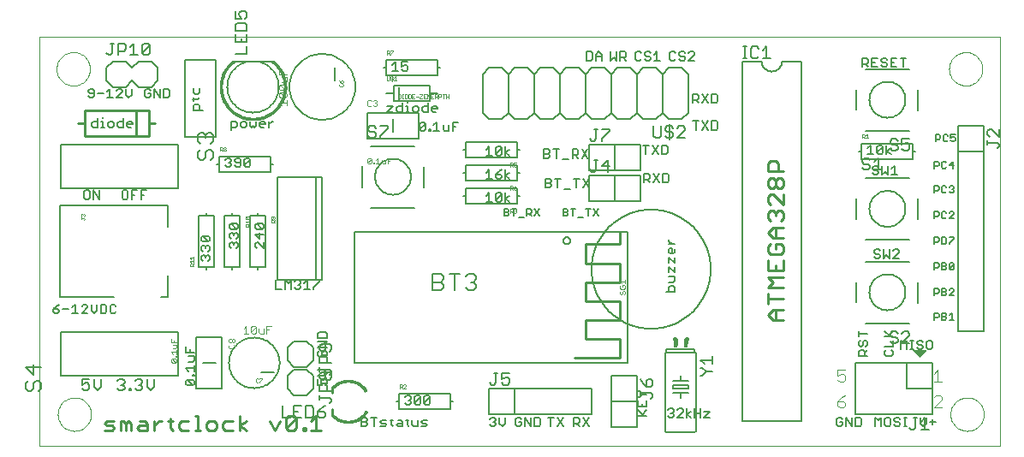
<source format=gto>
G75*
G70*
%OFA0B0*%
%FSLAX24Y24*%
%IPPOS*%
%LPD*%
%AMOC8*
5,1,8,0,0,1.08239X$1,22.5*
%
%ADD10C,0.0000*%
%ADD11C,0.0060*%
%ADD12C,0.0050*%
%ADD13C,0.0080*%
%ADD14C,0.0110*%
%ADD15C,0.0040*%
%ADD16C,0.0025*%
%ADD17C,0.0010*%
%ADD18C,0.0070*%
%ADD19C,0.0030*%
%ADD20C,0.0020*%
%ADD21C,0.0100*%
%ADD22C,0.0160*%
%ADD23R,0.0160X0.0230*%
D10*
X000983Y000100D02*
X038353Y000100D01*
X038353Y016042D01*
X000983Y016042D01*
X000983Y000100D01*
X001683Y001342D02*
X001685Y001392D01*
X001691Y001442D01*
X001701Y001492D01*
X001714Y001540D01*
X001731Y001588D01*
X001752Y001634D01*
X001776Y001678D01*
X001804Y001720D01*
X001835Y001760D01*
X001869Y001797D01*
X001906Y001832D01*
X001945Y001863D01*
X001986Y001892D01*
X002030Y001917D01*
X002076Y001939D01*
X002123Y001957D01*
X002171Y001971D01*
X002220Y001982D01*
X002270Y001989D01*
X002320Y001992D01*
X002371Y001991D01*
X002421Y001986D01*
X002471Y001977D01*
X002519Y001965D01*
X002567Y001948D01*
X002613Y001928D01*
X002658Y001905D01*
X002701Y001878D01*
X002741Y001848D01*
X002779Y001815D01*
X002814Y001779D01*
X002847Y001740D01*
X002876Y001699D01*
X002902Y001656D01*
X002925Y001611D01*
X002944Y001564D01*
X002959Y001516D01*
X002971Y001467D01*
X002979Y001417D01*
X002983Y001367D01*
X002983Y001317D01*
X002979Y001267D01*
X002971Y001217D01*
X002959Y001168D01*
X002944Y001120D01*
X002925Y001073D01*
X002902Y001028D01*
X002876Y000985D01*
X002847Y000944D01*
X002814Y000905D01*
X002779Y000869D01*
X002741Y000836D01*
X002701Y000806D01*
X002658Y000779D01*
X002613Y000756D01*
X002567Y000736D01*
X002519Y000719D01*
X002471Y000707D01*
X002421Y000698D01*
X002371Y000693D01*
X002320Y000692D01*
X002270Y000695D01*
X002220Y000702D01*
X002171Y000713D01*
X002123Y000727D01*
X002076Y000745D01*
X002030Y000767D01*
X001986Y000792D01*
X001945Y000821D01*
X001906Y000852D01*
X001869Y000887D01*
X001835Y000924D01*
X001804Y000964D01*
X001776Y001006D01*
X001752Y001050D01*
X001731Y001096D01*
X001714Y001144D01*
X001701Y001192D01*
X001691Y001242D01*
X001685Y001292D01*
X001683Y001342D01*
X001633Y014792D02*
X001635Y014842D01*
X001641Y014892D01*
X001651Y014942D01*
X001664Y014990D01*
X001681Y015038D01*
X001702Y015084D01*
X001726Y015128D01*
X001754Y015170D01*
X001785Y015210D01*
X001819Y015247D01*
X001856Y015282D01*
X001895Y015313D01*
X001936Y015342D01*
X001980Y015367D01*
X002026Y015389D01*
X002073Y015407D01*
X002121Y015421D01*
X002170Y015432D01*
X002220Y015439D01*
X002270Y015442D01*
X002321Y015441D01*
X002371Y015436D01*
X002421Y015427D01*
X002469Y015415D01*
X002517Y015398D01*
X002563Y015378D01*
X002608Y015355D01*
X002651Y015328D01*
X002691Y015298D01*
X002729Y015265D01*
X002764Y015229D01*
X002797Y015190D01*
X002826Y015149D01*
X002852Y015106D01*
X002875Y015061D01*
X002894Y015014D01*
X002909Y014966D01*
X002921Y014917D01*
X002929Y014867D01*
X002933Y014817D01*
X002933Y014767D01*
X002929Y014717D01*
X002921Y014667D01*
X002909Y014618D01*
X002894Y014570D01*
X002875Y014523D01*
X002852Y014478D01*
X002826Y014435D01*
X002797Y014394D01*
X002764Y014355D01*
X002729Y014319D01*
X002691Y014286D01*
X002651Y014256D01*
X002608Y014229D01*
X002563Y014206D01*
X002517Y014186D01*
X002469Y014169D01*
X002421Y014157D01*
X002371Y014148D01*
X002321Y014143D01*
X002270Y014142D01*
X002220Y014145D01*
X002170Y014152D01*
X002121Y014163D01*
X002073Y014177D01*
X002026Y014195D01*
X001980Y014217D01*
X001936Y014242D01*
X001895Y014271D01*
X001856Y014302D01*
X001819Y014337D01*
X001785Y014374D01*
X001754Y014414D01*
X001726Y014456D01*
X001702Y014500D01*
X001681Y014546D01*
X001664Y014594D01*
X001651Y014642D01*
X001641Y014692D01*
X001635Y014742D01*
X001633Y014792D01*
X036383Y014792D02*
X036385Y014842D01*
X036391Y014892D01*
X036401Y014942D01*
X036414Y014990D01*
X036431Y015038D01*
X036452Y015084D01*
X036476Y015128D01*
X036504Y015170D01*
X036535Y015210D01*
X036569Y015247D01*
X036606Y015282D01*
X036645Y015313D01*
X036686Y015342D01*
X036730Y015367D01*
X036776Y015389D01*
X036823Y015407D01*
X036871Y015421D01*
X036920Y015432D01*
X036970Y015439D01*
X037020Y015442D01*
X037071Y015441D01*
X037121Y015436D01*
X037171Y015427D01*
X037219Y015415D01*
X037267Y015398D01*
X037313Y015378D01*
X037358Y015355D01*
X037401Y015328D01*
X037441Y015298D01*
X037479Y015265D01*
X037514Y015229D01*
X037547Y015190D01*
X037576Y015149D01*
X037602Y015106D01*
X037625Y015061D01*
X037644Y015014D01*
X037659Y014966D01*
X037671Y014917D01*
X037679Y014867D01*
X037683Y014817D01*
X037683Y014767D01*
X037679Y014717D01*
X037671Y014667D01*
X037659Y014618D01*
X037644Y014570D01*
X037625Y014523D01*
X037602Y014478D01*
X037576Y014435D01*
X037547Y014394D01*
X037514Y014355D01*
X037479Y014319D01*
X037441Y014286D01*
X037401Y014256D01*
X037358Y014229D01*
X037313Y014206D01*
X037267Y014186D01*
X037219Y014169D01*
X037171Y014157D01*
X037121Y014148D01*
X037071Y014143D01*
X037020Y014142D01*
X036970Y014145D01*
X036920Y014152D01*
X036871Y014163D01*
X036823Y014177D01*
X036776Y014195D01*
X036730Y014217D01*
X036686Y014242D01*
X036645Y014271D01*
X036606Y014302D01*
X036569Y014337D01*
X036535Y014374D01*
X036504Y014414D01*
X036476Y014456D01*
X036452Y014500D01*
X036431Y014546D01*
X036414Y014594D01*
X036401Y014642D01*
X036391Y014692D01*
X036385Y014742D01*
X036383Y014792D01*
X036433Y001342D02*
X036435Y001392D01*
X036441Y001442D01*
X036451Y001492D01*
X036464Y001540D01*
X036481Y001588D01*
X036502Y001634D01*
X036526Y001678D01*
X036554Y001720D01*
X036585Y001760D01*
X036619Y001797D01*
X036656Y001832D01*
X036695Y001863D01*
X036736Y001892D01*
X036780Y001917D01*
X036826Y001939D01*
X036873Y001957D01*
X036921Y001971D01*
X036970Y001982D01*
X037020Y001989D01*
X037070Y001992D01*
X037121Y001991D01*
X037171Y001986D01*
X037221Y001977D01*
X037269Y001965D01*
X037317Y001948D01*
X037363Y001928D01*
X037408Y001905D01*
X037451Y001878D01*
X037491Y001848D01*
X037529Y001815D01*
X037564Y001779D01*
X037597Y001740D01*
X037626Y001699D01*
X037652Y001656D01*
X037675Y001611D01*
X037694Y001564D01*
X037709Y001516D01*
X037721Y001467D01*
X037729Y001417D01*
X037733Y001367D01*
X037733Y001317D01*
X037729Y001267D01*
X037721Y001217D01*
X037709Y001168D01*
X037694Y001120D01*
X037675Y001073D01*
X037652Y001028D01*
X037626Y000985D01*
X037597Y000944D01*
X037564Y000905D01*
X037529Y000869D01*
X037491Y000836D01*
X037451Y000806D01*
X037408Y000779D01*
X037363Y000756D01*
X037317Y000736D01*
X037269Y000719D01*
X037221Y000707D01*
X037171Y000698D01*
X037121Y000693D01*
X037070Y000692D01*
X037020Y000695D01*
X036970Y000702D01*
X036921Y000713D01*
X036873Y000727D01*
X036826Y000745D01*
X036780Y000767D01*
X036736Y000792D01*
X036695Y000821D01*
X036656Y000852D01*
X036619Y000887D01*
X036585Y000924D01*
X036554Y000964D01*
X036526Y001006D01*
X036502Y001050D01*
X036481Y001096D01*
X036464Y001144D01*
X036451Y001192D01*
X036441Y001242D01*
X036435Y001292D01*
X036433Y001342D01*
D11*
X035859Y001042D02*
X035632Y001042D01*
X035490Y000986D02*
X035377Y000872D01*
X035263Y000986D01*
X035263Y001212D01*
X035490Y001212D02*
X035490Y000986D01*
X035745Y000929D02*
X035745Y001156D01*
X035733Y001342D02*
X032733Y001342D01*
X032733Y003342D01*
X034733Y003342D01*
X034733Y002342D01*
X035733Y002342D01*
X035733Y001342D01*
X034732Y001212D02*
X034618Y001212D01*
X034675Y001212D02*
X034675Y000872D01*
X034618Y000872D02*
X034732Y000872D01*
X034477Y000929D02*
X034420Y000872D01*
X034307Y000872D01*
X034250Y000929D01*
X034307Y001042D02*
X034420Y001042D01*
X034477Y000986D01*
X034477Y000929D01*
X034307Y001042D02*
X034250Y001099D01*
X034250Y001156D01*
X034307Y001212D01*
X034420Y001212D01*
X034477Y001156D01*
X034109Y001156D02*
X034109Y000929D01*
X034052Y000872D01*
X033938Y000872D01*
X033882Y000929D01*
X033882Y001156D01*
X033938Y001212D01*
X034052Y001212D01*
X034109Y001156D01*
X033740Y001212D02*
X033740Y000872D01*
X033513Y000872D02*
X033513Y001212D01*
X033627Y001099D01*
X033740Y001212D01*
X032977Y001156D02*
X032977Y000929D01*
X032920Y000872D01*
X032750Y000872D01*
X032750Y001212D01*
X032920Y001212D01*
X032977Y001156D01*
X032609Y001212D02*
X032609Y000872D01*
X032382Y001212D01*
X032382Y000872D01*
X032240Y000929D02*
X032183Y000872D01*
X032070Y000872D01*
X032013Y000929D01*
X032013Y001156D01*
X032070Y001212D01*
X032183Y001212D01*
X032240Y001156D01*
X032240Y001042D02*
X032127Y001042D01*
X032240Y001042D02*
X032240Y000929D01*
X030633Y001092D02*
X028333Y001092D01*
X028333Y015092D01*
X029083Y015092D01*
X029085Y015053D01*
X029091Y015014D01*
X029100Y014976D01*
X029113Y014939D01*
X029130Y014903D01*
X029150Y014870D01*
X029174Y014838D01*
X029200Y014809D01*
X029229Y014783D01*
X029261Y014759D01*
X029294Y014739D01*
X029330Y014722D01*
X029367Y014709D01*
X029405Y014700D01*
X029444Y014694D01*
X029483Y014692D01*
X029522Y014694D01*
X029561Y014700D01*
X029599Y014709D01*
X029636Y014722D01*
X029672Y014739D01*
X029705Y014759D01*
X029737Y014783D01*
X029766Y014809D01*
X029792Y014838D01*
X029816Y014870D01*
X029836Y014903D01*
X029853Y014939D01*
X029866Y014976D01*
X029875Y015014D01*
X029881Y015053D01*
X029883Y015092D01*
X030633Y015092D01*
X030633Y001092D01*
X027072Y001222D02*
X026845Y001222D01*
X027072Y001449D01*
X026845Y001449D01*
X026704Y001392D02*
X026477Y001392D01*
X026340Y001449D02*
X026170Y001336D01*
X026340Y001222D01*
X026477Y001222D02*
X026477Y001562D01*
X026704Y001562D02*
X026704Y001222D01*
X026533Y000742D02*
X026533Y003742D01*
X026483Y003742D01*
X025383Y003742D01*
X025333Y003742D01*
X025333Y000742D01*
X025335Y000725D01*
X025339Y000708D01*
X025346Y000692D01*
X025356Y000678D01*
X025369Y000665D01*
X025383Y000655D01*
X025399Y000648D01*
X025416Y000644D01*
X025433Y000642D01*
X026433Y000642D01*
X026450Y000644D01*
X026467Y000648D01*
X026483Y000655D01*
X026497Y000665D01*
X026510Y000678D01*
X026520Y000692D01*
X026527Y000708D01*
X026531Y000725D01*
X026533Y000742D01*
X026170Y001222D02*
X026170Y001562D01*
X026028Y001506D02*
X025972Y001562D01*
X025858Y001562D01*
X025801Y001506D01*
X025660Y001506D02*
X025660Y001449D01*
X025603Y001392D01*
X025660Y001336D01*
X025660Y001279D01*
X025603Y001222D01*
X025490Y001222D01*
X025433Y001279D01*
X025547Y001392D02*
X025603Y001392D01*
X025660Y001506D02*
X025603Y001562D01*
X025490Y001562D01*
X025433Y001506D01*
X025801Y001222D02*
X026028Y001449D01*
X026028Y001506D01*
X026028Y001222D02*
X025801Y001222D01*
X024603Y001267D02*
X024263Y001267D01*
X024433Y001324D02*
X024603Y001494D01*
X024603Y001635D02*
X024263Y001635D01*
X024263Y001862D01*
X024233Y001842D02*
X023233Y001842D01*
X023233Y002842D01*
X024233Y002842D01*
X024233Y001842D01*
X024233Y000842D01*
X023233Y000842D01*
X023233Y001842D01*
X024263Y002004D02*
X024320Y002004D01*
X024433Y002117D01*
X024603Y002117D01*
X024433Y002117D02*
X024320Y002231D01*
X024263Y002231D01*
X024603Y001862D02*
X024603Y001635D01*
X024433Y001635D02*
X024433Y001749D01*
X024263Y001494D02*
X024490Y001267D01*
X025933Y001992D02*
X025933Y002192D01*
X025633Y002192D01*
X025633Y002342D02*
X026233Y002342D01*
X026233Y002492D01*
X025633Y002492D01*
X025633Y002342D01*
X025633Y002642D02*
X025933Y002642D01*
X025933Y002842D01*
X025933Y002642D02*
X026233Y002642D01*
X026233Y002192D02*
X025933Y002192D01*
X025383Y003742D02*
X025383Y003892D01*
X026483Y003892D01*
X026483Y003742D01*
X022483Y002342D02*
X022483Y001342D01*
X019483Y001342D01*
X019483Y002342D01*
X022483Y002342D01*
X022359Y001212D02*
X022132Y000872D01*
X021990Y000872D02*
X021877Y000986D01*
X021933Y000986D02*
X021763Y000986D01*
X021763Y000872D02*
X021763Y001212D01*
X021933Y001212D01*
X021990Y001156D01*
X021990Y001042D01*
X021933Y000986D01*
X022132Y001212D02*
X022359Y000872D01*
X021359Y000872D02*
X021132Y001212D01*
X020990Y001212D02*
X020763Y001212D01*
X020877Y001212D02*
X020877Y000872D01*
X021132Y000872D02*
X021359Y001212D01*
X020477Y001156D02*
X020477Y000929D01*
X020420Y000872D01*
X020250Y000872D01*
X020250Y001212D01*
X020420Y001212D01*
X020477Y001156D01*
X020109Y001212D02*
X020109Y000872D01*
X019882Y001212D01*
X019882Y000872D01*
X019740Y000929D02*
X019740Y001042D01*
X019627Y001042D01*
X019740Y000929D02*
X019683Y000872D01*
X019570Y000872D01*
X019513Y000929D01*
X019513Y001156D01*
X019570Y001212D01*
X019683Y001212D01*
X019740Y001156D01*
X019483Y001342D02*
X018483Y001342D01*
X018483Y002342D01*
X019483Y002342D01*
X019109Y001212D02*
X019109Y000986D01*
X018995Y000872D01*
X018882Y000986D01*
X018882Y001212D01*
X018740Y001156D02*
X018740Y001099D01*
X018683Y001042D01*
X018740Y000986D01*
X018740Y000929D01*
X018683Y000872D01*
X018570Y000872D01*
X018513Y000929D01*
X018627Y001042D02*
X018683Y001042D01*
X018740Y001156D02*
X018683Y001212D01*
X018570Y001212D01*
X018513Y001156D01*
X016177Y001779D02*
X016120Y001722D01*
X016007Y001722D01*
X015950Y001779D01*
X016177Y002006D01*
X016177Y001779D01*
X016177Y002006D02*
X016120Y002062D01*
X016007Y002062D01*
X015950Y002006D01*
X015950Y001779D01*
X015809Y001779D02*
X015752Y001722D01*
X015638Y001722D01*
X015582Y001779D01*
X015809Y002006D01*
X015809Y001779D01*
X015809Y002006D02*
X015752Y002062D01*
X015638Y002062D01*
X015582Y002006D01*
X015582Y001779D01*
X015440Y001779D02*
X015383Y001722D01*
X015270Y001722D01*
X015213Y001779D01*
X015327Y001892D02*
X015383Y001892D01*
X015440Y001836D01*
X015440Y001779D01*
X015383Y001892D02*
X015440Y001949D01*
X015440Y002006D01*
X015383Y002062D01*
X015270Y002062D01*
X015213Y002006D01*
X015289Y001156D02*
X015289Y000929D01*
X015346Y000872D01*
X015478Y000929D02*
X015534Y000872D01*
X015705Y000872D01*
X015705Y001099D01*
X015846Y001042D02*
X015903Y001099D01*
X016073Y001099D01*
X016016Y000986D02*
X015903Y000986D01*
X015846Y001042D01*
X015846Y000872D02*
X016016Y000872D01*
X016073Y000929D01*
X016016Y000986D01*
X015478Y000929D02*
X015478Y001099D01*
X015346Y001099D02*
X015232Y001099D01*
X015091Y001042D02*
X015091Y000872D01*
X014921Y000872D01*
X014864Y000929D01*
X014921Y000986D01*
X015091Y000986D01*
X015091Y001042D02*
X015034Y001099D01*
X014921Y001099D01*
X014732Y001099D02*
X014618Y001099D01*
X014675Y001156D02*
X014675Y000929D01*
X014732Y000872D01*
X014477Y000929D02*
X014420Y000986D01*
X014307Y000986D01*
X014250Y001042D01*
X014307Y001099D01*
X014477Y001099D01*
X014477Y000929D02*
X014420Y000872D01*
X014250Y000872D01*
X013995Y000872D02*
X013995Y001212D01*
X013882Y001212D02*
X014109Y001212D01*
X013740Y001156D02*
X013740Y001099D01*
X013683Y001042D01*
X013513Y001042D01*
X013513Y000872D02*
X013683Y000872D01*
X013740Y000929D01*
X013740Y000986D01*
X013683Y001042D01*
X013740Y001156D02*
X013683Y001212D01*
X013513Y001212D01*
X013513Y000872D01*
X012097Y002472D02*
X012153Y002529D01*
X012153Y002642D01*
X012097Y002699D01*
X011983Y002699D01*
X011926Y002642D01*
X011926Y002586D01*
X011983Y002472D01*
X011813Y002472D01*
X011813Y002699D01*
X011813Y002840D02*
X012040Y002840D01*
X012153Y002954D01*
X012040Y003067D01*
X011813Y003067D01*
X011870Y003577D02*
X012097Y003577D01*
X012153Y003634D01*
X012153Y003747D01*
X012097Y003804D01*
X011983Y003804D01*
X011983Y003690D01*
X011870Y003577D02*
X011813Y003634D01*
X011813Y003747D01*
X011870Y003804D01*
X011813Y003945D02*
X012153Y004172D01*
X011813Y004172D01*
X011813Y004314D02*
X011813Y004484D01*
X011870Y004541D01*
X012097Y004541D01*
X012153Y004484D01*
X012153Y004314D01*
X011813Y004314D01*
X011813Y003945D02*
X012153Y003945D01*
X011645Y006222D02*
X011645Y006279D01*
X011872Y006506D01*
X011872Y006562D01*
X011645Y006562D01*
X011390Y006562D02*
X011277Y006449D01*
X011135Y006449D02*
X011079Y006392D01*
X011135Y006336D01*
X011135Y006279D01*
X011079Y006222D01*
X010965Y006222D01*
X010908Y006279D01*
X010767Y006222D02*
X010767Y006562D01*
X010654Y006449D01*
X010540Y006562D01*
X010540Y006222D01*
X010399Y006222D02*
X010172Y006222D01*
X010172Y006562D01*
X010908Y006506D02*
X010965Y006562D01*
X011079Y006562D01*
X011135Y006506D01*
X011135Y006449D01*
X011079Y006392D02*
X011022Y006392D01*
X011277Y006222D02*
X011504Y006222D01*
X011390Y006222D02*
X011390Y006562D01*
X009703Y007817D02*
X009476Y008044D01*
X009420Y008044D01*
X009363Y007987D01*
X009363Y007874D01*
X009420Y007817D01*
X009703Y007817D02*
X009703Y008044D01*
X009533Y008185D02*
X009533Y008412D01*
X009363Y008356D02*
X009533Y008185D01*
X009703Y008356D02*
X009363Y008356D01*
X009420Y008554D02*
X009363Y008611D01*
X009363Y008724D01*
X009420Y008781D01*
X009647Y008554D01*
X009703Y008611D01*
X009703Y008724D01*
X009647Y008781D01*
X009420Y008781D01*
X009420Y008554D02*
X009647Y008554D01*
X008703Y008611D02*
X008647Y008554D01*
X008420Y008781D01*
X008647Y008781D01*
X008703Y008724D01*
X008703Y008611D01*
X008647Y008554D02*
X008420Y008554D01*
X008363Y008611D01*
X008363Y008724D01*
X008420Y008781D01*
X008420Y008412D02*
X008476Y008412D01*
X008533Y008356D01*
X008590Y008412D01*
X008647Y008412D01*
X008703Y008356D01*
X008703Y008242D01*
X008647Y008185D01*
X008647Y008044D02*
X008703Y007987D01*
X008703Y007874D01*
X008647Y007817D01*
X008533Y007931D02*
X008533Y007987D01*
X008590Y008044D01*
X008647Y008044D01*
X008533Y007987D02*
X008476Y008044D01*
X008420Y008044D01*
X008363Y007987D01*
X008363Y007874D01*
X008420Y007817D01*
X008420Y008185D02*
X008363Y008242D01*
X008363Y008356D01*
X008420Y008412D01*
X008533Y008356D02*
X008533Y008299D01*
X007603Y008229D02*
X007603Y008115D01*
X007547Y008059D01*
X007320Y008286D01*
X007547Y008286D01*
X007603Y008229D01*
X007547Y008059D02*
X007320Y008059D01*
X007263Y008115D01*
X007263Y008229D01*
X007320Y008286D01*
X007320Y007917D02*
X007376Y007917D01*
X007433Y007861D01*
X007490Y007917D01*
X007547Y007917D01*
X007603Y007861D01*
X007603Y007747D01*
X007547Y007690D01*
X007547Y007549D02*
X007603Y007492D01*
X007603Y007379D01*
X007547Y007322D01*
X007433Y007436D02*
X007433Y007492D01*
X007490Y007549D01*
X007547Y007549D01*
X007433Y007492D02*
X007376Y007549D01*
X007320Y007549D01*
X007263Y007492D01*
X007263Y007379D01*
X007320Y007322D01*
X007320Y007690D02*
X007263Y007747D01*
X007263Y007861D01*
X007320Y007917D01*
X007433Y007861D02*
X007433Y007804D01*
X004923Y009722D02*
X004923Y010062D01*
X005150Y010062D01*
X005037Y009892D02*
X004923Y009892D01*
X004782Y010062D02*
X004555Y010062D01*
X004555Y009722D01*
X004413Y009779D02*
X004413Y010006D01*
X004357Y010062D01*
X004243Y010062D01*
X004187Y010006D01*
X004187Y009779D01*
X004243Y009722D01*
X004357Y009722D01*
X004413Y009779D01*
X004555Y009892D02*
X004668Y009892D01*
X003309Y009722D02*
X003309Y010062D01*
X003082Y010062D02*
X003309Y009722D01*
X003082Y009722D02*
X003082Y010062D01*
X002940Y010006D02*
X002883Y010062D01*
X002770Y010062D01*
X002713Y010006D01*
X002713Y009779D01*
X002770Y009722D01*
X002883Y009722D01*
X002940Y009779D01*
X002940Y010006D01*
X003070Y012522D02*
X003013Y012579D01*
X003013Y012692D01*
X003070Y012749D01*
X003240Y012749D01*
X003240Y012862D02*
X003240Y012522D01*
X003070Y012522D01*
X003382Y012522D02*
X003495Y012522D01*
X003438Y012522D02*
X003438Y012749D01*
X003382Y012749D01*
X003438Y012862D02*
X003438Y012919D01*
X003627Y012692D02*
X003684Y012749D01*
X003797Y012749D01*
X003854Y012692D01*
X003854Y012579D01*
X003797Y012522D01*
X003684Y012522D01*
X003627Y012579D01*
X003627Y012692D01*
X003996Y012692D02*
X004052Y012749D01*
X004222Y012749D01*
X004222Y012862D02*
X004222Y012522D01*
X004052Y012522D01*
X003996Y012579D01*
X003996Y012692D01*
X004364Y012692D02*
X004421Y012749D01*
X004534Y012749D01*
X004591Y012692D01*
X004591Y012636D01*
X004364Y012636D01*
X004364Y012692D02*
X004364Y012579D01*
X004421Y012522D01*
X004534Y012522D01*
X004450Y013672D02*
X004563Y013786D01*
X004563Y014012D01*
X004337Y014012D02*
X004337Y013786D01*
X004450Y013672D01*
X004195Y013672D02*
X003968Y013672D01*
X004195Y013899D01*
X004195Y013956D01*
X004138Y014012D01*
X004025Y014012D01*
X003968Y013956D01*
X003713Y014012D02*
X003600Y013899D01*
X003459Y013842D02*
X003232Y013842D01*
X003090Y013842D02*
X002920Y013842D01*
X002863Y013899D01*
X002863Y013956D01*
X002920Y014012D01*
X003033Y014012D01*
X003090Y013956D01*
X003090Y013729D01*
X003033Y013672D01*
X002920Y013672D01*
X002863Y013729D01*
X003600Y013672D02*
X003827Y013672D01*
X003713Y013672D02*
X003713Y014012D01*
X005073Y013956D02*
X005073Y013729D01*
X005130Y013672D01*
X005243Y013672D01*
X005300Y013729D01*
X005300Y013842D01*
X005187Y013842D01*
X005300Y013956D02*
X005243Y014012D01*
X005130Y014012D01*
X005073Y013956D01*
X005442Y014012D02*
X005668Y013672D01*
X005668Y014012D01*
X005810Y014012D02*
X005980Y014012D01*
X006037Y013956D01*
X006037Y013729D01*
X005980Y013672D01*
X005810Y013672D01*
X005810Y014012D01*
X005442Y014012D02*
X005442Y013672D01*
X006920Y013615D02*
X007147Y013615D01*
X007203Y013672D01*
X007147Y013804D02*
X007203Y013861D01*
X007203Y014031D01*
X006976Y014031D02*
X006976Y013861D01*
X007033Y013804D01*
X007147Y013804D01*
X006976Y013672D02*
X006976Y013558D01*
X007033Y013417D02*
X007147Y013417D01*
X007203Y013360D01*
X007203Y013190D01*
X007317Y013190D02*
X006976Y013190D01*
X006976Y013360D01*
X007033Y013417D01*
X008433Y012749D02*
X008603Y012749D01*
X008660Y012692D01*
X008660Y012579D01*
X008603Y012522D01*
X008433Y012522D01*
X008433Y012409D02*
X008433Y012749D01*
X008801Y012692D02*
X008801Y012579D01*
X008858Y012522D01*
X008972Y012522D01*
X009028Y012579D01*
X009028Y012692D01*
X008972Y012749D01*
X008858Y012749D01*
X008801Y012692D01*
X009170Y012749D02*
X009170Y012579D01*
X009226Y012522D01*
X009283Y012579D01*
X009340Y012522D01*
X009397Y012579D01*
X009397Y012749D01*
X009538Y012692D02*
X009595Y012749D01*
X009708Y012749D01*
X009765Y012692D01*
X009765Y012636D01*
X009538Y012636D01*
X009538Y012692D02*
X009538Y012579D01*
X009595Y012522D01*
X009708Y012522D01*
X009906Y012522D02*
X009906Y012749D01*
X009906Y012636D02*
X010020Y012749D01*
X010077Y012749D01*
X008283Y014092D02*
X008285Y014155D01*
X008291Y014217D01*
X008301Y014279D01*
X008314Y014341D01*
X008332Y014401D01*
X008353Y014460D01*
X008378Y014518D01*
X008407Y014574D01*
X008439Y014628D01*
X008474Y014680D01*
X008512Y014729D01*
X008554Y014777D01*
X008598Y014821D01*
X008646Y014863D01*
X008695Y014901D01*
X008747Y014936D01*
X008801Y014968D01*
X008857Y014997D01*
X008915Y015022D01*
X008974Y015043D01*
X009034Y015061D01*
X009096Y015074D01*
X009158Y015084D01*
X009220Y015090D01*
X009283Y015092D01*
X009346Y015090D01*
X009408Y015084D01*
X009470Y015074D01*
X009532Y015061D01*
X009592Y015043D01*
X009651Y015022D01*
X009709Y014997D01*
X009765Y014968D01*
X009819Y014936D01*
X009871Y014901D01*
X009920Y014863D01*
X009968Y014821D01*
X010012Y014777D01*
X010054Y014729D01*
X010092Y014680D01*
X010127Y014628D01*
X010159Y014574D01*
X010188Y014518D01*
X010213Y014460D01*
X010234Y014401D01*
X010252Y014341D01*
X010265Y014279D01*
X010275Y014217D01*
X010281Y014155D01*
X010283Y014092D01*
X010281Y014029D01*
X010275Y013967D01*
X010265Y013905D01*
X010252Y013843D01*
X010234Y013783D01*
X010213Y013724D01*
X010188Y013666D01*
X010159Y013610D01*
X010127Y013556D01*
X010092Y013504D01*
X010054Y013455D01*
X010012Y013407D01*
X009968Y013363D01*
X009920Y013321D01*
X009871Y013283D01*
X009819Y013248D01*
X009765Y013216D01*
X009709Y013187D01*
X009651Y013162D01*
X009592Y013141D01*
X009532Y013123D01*
X009470Y013110D01*
X009408Y013100D01*
X009346Y013094D01*
X009283Y013092D01*
X009220Y013094D01*
X009158Y013100D01*
X009096Y013110D01*
X009034Y013123D01*
X008974Y013141D01*
X008915Y013162D01*
X008857Y013187D01*
X008801Y013216D01*
X008747Y013248D01*
X008695Y013283D01*
X008646Y013321D01*
X008598Y013363D01*
X008554Y013407D01*
X008512Y013455D01*
X008474Y013504D01*
X008439Y013556D01*
X008407Y013610D01*
X008378Y013666D01*
X008353Y013724D01*
X008332Y013783D01*
X008314Y013843D01*
X008301Y013905D01*
X008291Y013967D01*
X008285Y014029D01*
X008283Y014092D01*
X008270Y011312D02*
X008383Y011312D01*
X008440Y011256D01*
X008440Y011199D01*
X008383Y011142D01*
X008440Y011086D01*
X008440Y011029D01*
X008383Y010972D01*
X008270Y010972D01*
X008213Y011029D01*
X008327Y011142D02*
X008383Y011142D01*
X008213Y011256D02*
X008270Y011312D01*
X008582Y011256D02*
X008582Y011199D01*
X008638Y011142D01*
X008809Y011142D01*
X008809Y011029D02*
X008809Y011256D01*
X008752Y011312D01*
X008638Y011312D01*
X008582Y011256D01*
X008582Y011029D02*
X008638Y010972D01*
X008752Y010972D01*
X008809Y011029D01*
X008950Y011029D02*
X009177Y011256D01*
X009177Y011029D01*
X009120Y010972D01*
X009007Y010972D01*
X008950Y011029D01*
X008950Y011256D01*
X009007Y011312D01*
X009120Y011312D01*
X009177Y011256D01*
X014513Y013122D02*
X014740Y013122D01*
X014882Y013179D02*
X014882Y013292D01*
X014938Y013349D01*
X015109Y013349D01*
X015109Y013462D02*
X015109Y013122D01*
X014938Y013122D01*
X014882Y013179D01*
X014740Y013349D02*
X014513Y013349D01*
X014740Y013349D02*
X014513Y013122D01*
X015250Y013122D02*
X015363Y013122D01*
X015307Y013122D02*
X015307Y013349D01*
X015250Y013349D01*
X015307Y013462D02*
X015307Y013519D01*
X015496Y013292D02*
X015496Y013179D01*
X015552Y013122D01*
X015666Y013122D01*
X015722Y013179D01*
X015722Y013292D01*
X015666Y013349D01*
X015552Y013349D01*
X015496Y013292D01*
X015864Y013292D02*
X015864Y013179D01*
X015921Y013122D01*
X016091Y013122D01*
X016091Y013462D01*
X016091Y013349D02*
X015921Y013349D01*
X015864Y013292D01*
X016232Y013292D02*
X016232Y013179D01*
X016289Y013122D01*
X016402Y013122D01*
X016459Y013236D02*
X016232Y013236D01*
X016232Y013292D02*
X016289Y013349D01*
X016402Y013349D01*
X016459Y013292D01*
X016459Y013236D01*
X016429Y012712D02*
X016429Y012372D01*
X016316Y012372D02*
X016543Y012372D01*
X016684Y012429D02*
X016684Y012599D01*
X016684Y012429D02*
X016741Y012372D01*
X016911Y012372D01*
X016911Y012599D01*
X017052Y012542D02*
X017166Y012542D01*
X017052Y012372D02*
X017052Y012712D01*
X017279Y012712D01*
X016429Y012712D02*
X016316Y012599D01*
X016188Y012429D02*
X016188Y012372D01*
X016132Y012372D01*
X016132Y012429D01*
X016188Y012429D01*
X015990Y012429D02*
X015933Y012372D01*
X015820Y012372D01*
X015763Y012429D01*
X015990Y012656D01*
X015990Y012429D01*
X015763Y012429D02*
X015763Y012656D01*
X015820Y012712D01*
X015933Y012712D01*
X015990Y012656D01*
X018233Y013092D02*
X018483Y012842D01*
X018983Y012842D01*
X019233Y013092D01*
X019233Y014592D01*
X019483Y014842D01*
X019983Y014842D01*
X020233Y014592D01*
X020233Y013092D01*
X019983Y012842D01*
X019483Y012842D01*
X019233Y013092D01*
X018233Y013092D02*
X018233Y014592D01*
X018483Y014842D01*
X018983Y014842D01*
X019233Y014592D01*
X020233Y014592D02*
X020483Y014842D01*
X020983Y014842D01*
X021233Y014592D01*
X021233Y013092D01*
X020983Y012842D01*
X020483Y012842D01*
X020233Y013092D01*
X021233Y013092D02*
X021483Y012842D01*
X021983Y012842D01*
X022233Y013092D01*
X022233Y014592D01*
X021983Y014842D01*
X021483Y014842D01*
X021233Y014592D01*
X022233Y014592D02*
X022483Y014842D01*
X022983Y014842D01*
X023233Y014592D01*
X023233Y013092D01*
X022983Y012842D01*
X022483Y012842D01*
X022233Y013092D01*
X023233Y013092D02*
X023483Y012842D01*
X023983Y012842D01*
X024233Y013092D01*
X024233Y014592D01*
X023983Y014842D01*
X023483Y014842D01*
X023233Y014592D01*
X024233Y014592D02*
X024483Y014842D01*
X024983Y014842D01*
X025233Y014592D01*
X025233Y013092D01*
X024983Y012842D01*
X024483Y012842D01*
X024233Y013092D01*
X025233Y013092D02*
X025483Y012842D01*
X025983Y012842D01*
X026233Y013092D01*
X026233Y014592D01*
X025983Y014842D01*
X025483Y014842D01*
X025233Y014592D01*
X025127Y015122D02*
X024900Y015122D01*
X025013Y015122D02*
X025013Y015462D01*
X024900Y015349D01*
X024759Y015406D02*
X024702Y015462D01*
X024588Y015462D01*
X024532Y015406D01*
X024532Y015349D01*
X024588Y015292D01*
X024702Y015292D01*
X024759Y015236D01*
X024759Y015179D01*
X024702Y015122D01*
X024588Y015122D01*
X024532Y015179D01*
X024390Y015179D02*
X024333Y015122D01*
X024220Y015122D01*
X024163Y015179D01*
X024163Y015406D01*
X024220Y015462D01*
X024333Y015462D01*
X024390Y015406D01*
X023809Y015406D02*
X023809Y015292D01*
X023752Y015236D01*
X023582Y015236D01*
X023695Y015236D02*
X023809Y015122D01*
X023582Y015122D02*
X023582Y015462D01*
X023752Y015462D01*
X023809Y015406D01*
X023440Y015462D02*
X023440Y015122D01*
X023327Y015236D01*
X023213Y015122D01*
X023213Y015462D01*
X022859Y015349D02*
X022859Y015122D01*
X022859Y015292D02*
X022632Y015292D01*
X022632Y015349D02*
X022745Y015462D01*
X022859Y015349D01*
X022632Y015349D02*
X022632Y015122D01*
X022490Y015179D02*
X022433Y015122D01*
X022263Y015122D01*
X022263Y015462D01*
X022433Y015462D01*
X022490Y015406D01*
X022490Y015179D01*
X025513Y015179D02*
X025570Y015122D01*
X025683Y015122D01*
X025740Y015179D01*
X025882Y015179D02*
X025938Y015122D01*
X026052Y015122D01*
X026109Y015179D01*
X026109Y015236D01*
X026052Y015292D01*
X025938Y015292D01*
X025882Y015349D01*
X025882Y015406D01*
X025938Y015462D01*
X026052Y015462D01*
X026109Y015406D01*
X026250Y015406D02*
X026307Y015462D01*
X026420Y015462D01*
X026477Y015406D01*
X026477Y015349D01*
X026250Y015122D01*
X026477Y015122D01*
X025740Y015406D02*
X025683Y015462D01*
X025570Y015462D01*
X025513Y015406D01*
X025513Y015179D01*
X026413Y013812D02*
X026583Y013812D01*
X026640Y013756D01*
X026640Y013642D01*
X026583Y013586D01*
X026413Y013586D01*
X026527Y013586D02*
X026640Y013472D01*
X026782Y013472D02*
X027009Y013812D01*
X027150Y013812D02*
X027320Y013812D01*
X027377Y013756D01*
X027377Y013529D01*
X027320Y013472D01*
X027150Y013472D01*
X027150Y013812D01*
X026782Y013812D02*
X027009Y013472D01*
X026413Y013472D02*
X026413Y013812D01*
X026413Y012762D02*
X026640Y012762D01*
X026527Y012762D02*
X026527Y012422D01*
X026782Y012422D02*
X027009Y012762D01*
X027150Y012762D02*
X027320Y012762D01*
X027377Y012706D01*
X027377Y012479D01*
X027320Y012422D01*
X027150Y012422D01*
X027150Y012762D01*
X026782Y012762D02*
X027009Y012422D01*
X025427Y011756D02*
X025370Y011812D01*
X025200Y011812D01*
X025200Y011472D01*
X025370Y011472D01*
X025427Y011529D01*
X025427Y011756D01*
X025059Y011812D02*
X024832Y011472D01*
X025059Y011472D02*
X024832Y011812D01*
X024690Y011812D02*
X024463Y011812D01*
X024383Y011842D02*
X024383Y010842D01*
X023383Y010842D01*
X023383Y011842D01*
X024383Y011842D01*
X024577Y011812D02*
X024577Y011472D01*
X023383Y011842D02*
X022383Y011842D01*
X022383Y010842D01*
X023383Y010842D01*
X023383Y010642D02*
X023383Y009642D01*
X022383Y009642D01*
X022383Y010642D01*
X023383Y010642D01*
X024383Y010642D01*
X024383Y009642D01*
X023383Y009642D01*
X022363Y010172D02*
X022137Y010512D01*
X021995Y010512D02*
X021768Y010512D01*
X021882Y010512D02*
X021882Y010172D01*
X022137Y010172D02*
X022363Y010512D01*
X021627Y010115D02*
X021400Y010115D01*
X021145Y010172D02*
X021145Y010512D01*
X021032Y010512D02*
X021259Y010512D01*
X020890Y010456D02*
X020890Y010399D01*
X020833Y010342D01*
X020663Y010342D01*
X020663Y010172D02*
X020833Y010172D01*
X020890Y010229D01*
X020890Y010286D01*
X020833Y010342D01*
X020890Y010456D02*
X020833Y010512D01*
X020663Y010512D01*
X020663Y010172D01*
X019277Y009849D02*
X019106Y009736D01*
X019277Y009622D01*
X019106Y009622D02*
X019106Y009962D01*
X018965Y009906D02*
X018738Y009679D01*
X018795Y009622D01*
X018908Y009622D01*
X018965Y009679D01*
X018965Y009906D01*
X018908Y009962D01*
X018795Y009962D01*
X018738Y009906D01*
X018738Y009679D01*
X018597Y009622D02*
X018370Y009622D01*
X018483Y009622D02*
X018483Y009962D01*
X018370Y009849D01*
X018370Y010522D02*
X018597Y010522D01*
X018483Y010522D02*
X018483Y010862D01*
X018370Y010749D01*
X018738Y010692D02*
X018738Y010579D01*
X018795Y010522D01*
X018908Y010522D01*
X018965Y010579D01*
X018965Y010636D01*
X018908Y010692D01*
X018738Y010692D01*
X018852Y010806D01*
X018965Y010862D01*
X019106Y010862D02*
X019106Y010522D01*
X019106Y010636D02*
X019277Y010522D01*
X019106Y010636D02*
X019277Y010749D01*
X019277Y011422D02*
X019106Y011536D01*
X019277Y011649D01*
X019106Y011762D02*
X019106Y011422D01*
X018965Y011479D02*
X018908Y011422D01*
X018795Y011422D01*
X018738Y011479D01*
X018965Y011706D01*
X018965Y011479D01*
X018965Y011706D02*
X018908Y011762D01*
X018795Y011762D01*
X018738Y011706D01*
X018738Y011479D01*
X018597Y011422D02*
X018370Y011422D01*
X018483Y011422D02*
X018483Y011762D01*
X018370Y011649D01*
X020613Y011662D02*
X020613Y011322D01*
X020783Y011322D01*
X020840Y011379D01*
X020840Y011436D01*
X020783Y011492D01*
X020613Y011492D01*
X020613Y011662D02*
X020783Y011662D01*
X020840Y011606D01*
X020840Y011549D01*
X020783Y011492D01*
X020982Y011662D02*
X021209Y011662D01*
X021095Y011662D02*
X021095Y011322D01*
X021350Y011265D02*
X021577Y011265D01*
X021718Y011322D02*
X021718Y011662D01*
X021888Y011662D01*
X021945Y011606D01*
X021945Y011492D01*
X021888Y011436D01*
X021718Y011436D01*
X021832Y011436D02*
X021945Y011322D01*
X022087Y011322D02*
X022313Y011662D01*
X022087Y011662D02*
X022313Y011322D01*
X024513Y010712D02*
X024513Y010372D01*
X024513Y010486D02*
X024683Y010486D01*
X024740Y010542D01*
X024740Y010656D01*
X024683Y010712D01*
X024513Y010712D01*
X024627Y010486D02*
X024740Y010372D01*
X024882Y010372D02*
X025109Y010712D01*
X025250Y010712D02*
X025420Y010712D01*
X025477Y010656D01*
X025477Y010429D01*
X025420Y010372D01*
X025250Y010372D01*
X025250Y010712D01*
X024882Y010712D02*
X025109Y010372D01*
X025476Y008134D02*
X025476Y008077D01*
X025590Y007964D01*
X025703Y007964D02*
X025476Y007964D01*
X025533Y007822D02*
X025476Y007766D01*
X025476Y007652D01*
X025533Y007595D01*
X025647Y007595D01*
X025703Y007652D01*
X025703Y007766D01*
X025590Y007822D02*
X025590Y007595D01*
X025703Y007454D02*
X025703Y007227D01*
X025476Y007454D01*
X025476Y007227D01*
X025476Y007086D02*
X025703Y006859D01*
X025703Y007086D01*
X025476Y007086D02*
X025476Y006859D01*
X025476Y006717D02*
X025703Y006717D01*
X025703Y006547D01*
X025647Y006490D01*
X025476Y006490D01*
X025533Y006349D02*
X025476Y006292D01*
X025476Y006122D01*
X025363Y006122D02*
X025703Y006122D01*
X025703Y006292D01*
X025647Y006349D01*
X025533Y006349D01*
X025533Y007822D02*
X025590Y007822D01*
X032863Y004586D02*
X032863Y004359D01*
X032863Y004472D02*
X033203Y004472D01*
X033147Y004217D02*
X033203Y004161D01*
X033203Y004047D01*
X033147Y003990D01*
X033033Y004047D02*
X033033Y004161D01*
X033090Y004217D01*
X033147Y004217D01*
X033033Y004047D02*
X032976Y003990D01*
X032920Y003990D01*
X032863Y004047D01*
X032863Y004161D01*
X032920Y004217D01*
X032920Y003849D02*
X033033Y003849D01*
X033090Y003792D01*
X033090Y003622D01*
X033203Y003622D02*
X032863Y003622D01*
X032863Y003792D01*
X032920Y003849D01*
X033090Y003736D02*
X033203Y003849D01*
X033863Y003792D02*
X033863Y003679D01*
X033920Y003622D01*
X034147Y003622D01*
X034203Y003679D01*
X034203Y003792D01*
X034147Y003849D01*
X034203Y003990D02*
X033863Y003990D01*
X033920Y003849D02*
X033863Y003792D01*
X034203Y003990D02*
X034203Y004217D01*
X034203Y004359D02*
X033863Y004359D01*
X034033Y004415D02*
X034203Y004586D01*
X034090Y004359D02*
X033863Y004586D01*
X034513Y004212D02*
X034627Y004099D01*
X034740Y004212D01*
X034740Y003872D01*
X034882Y003872D02*
X034995Y003872D01*
X034938Y003872D02*
X034938Y004212D01*
X034882Y004212D02*
X034995Y004212D01*
X035127Y004156D02*
X035127Y004099D01*
X035184Y004042D01*
X035297Y004042D01*
X035354Y003986D01*
X035354Y003929D01*
X035297Y003872D01*
X035184Y003872D01*
X035127Y003929D01*
X035127Y004156D02*
X035184Y004212D01*
X035297Y004212D01*
X035354Y004156D01*
X035496Y004156D02*
X035496Y003929D01*
X035552Y003872D01*
X035666Y003872D01*
X035722Y003929D01*
X035722Y004156D01*
X035666Y004212D01*
X035552Y004212D01*
X035496Y004156D01*
X034513Y004212D02*
X034513Y003872D01*
X034733Y003342D02*
X035733Y003342D01*
X035733Y002342D01*
X036733Y004592D02*
X036733Y011592D01*
X037733Y011592D01*
X037733Y004592D01*
X036733Y004592D01*
X034427Y007422D02*
X034200Y007422D01*
X034427Y007649D01*
X034427Y007706D01*
X034370Y007762D01*
X034257Y007762D01*
X034200Y007706D01*
X034059Y007762D02*
X034059Y007422D01*
X033945Y007536D01*
X033832Y007422D01*
X033832Y007762D01*
X033690Y007706D02*
X033633Y007762D01*
X033520Y007762D01*
X033463Y007706D01*
X033463Y007649D01*
X033520Y007592D01*
X033633Y007592D01*
X033690Y007536D01*
X033690Y007479D01*
X033633Y007422D01*
X033520Y007422D01*
X033463Y007479D01*
X033470Y010672D02*
X033413Y010729D01*
X033470Y010672D02*
X033583Y010672D01*
X033640Y010729D01*
X033640Y010786D01*
X033583Y010842D01*
X033470Y010842D01*
X033413Y010899D01*
X033413Y010956D01*
X033470Y011012D01*
X033583Y011012D01*
X033640Y010956D01*
X033782Y011012D02*
X033782Y010672D01*
X033895Y010786D01*
X034009Y010672D01*
X034009Y011012D01*
X034150Y010899D02*
X034263Y011012D01*
X034263Y010672D01*
X034150Y010672D02*
X034377Y010672D01*
X034120Y011472D02*
X033950Y011586D01*
X034120Y011699D01*
X033950Y011812D02*
X033950Y011472D01*
X033809Y011529D02*
X033752Y011472D01*
X033638Y011472D01*
X033582Y011529D01*
X033809Y011756D01*
X033809Y011529D01*
X033809Y011756D02*
X033752Y011812D01*
X033638Y011812D01*
X033582Y011756D01*
X033582Y011529D01*
X033440Y011472D02*
X033213Y011472D01*
X033327Y011472D02*
X033327Y011812D01*
X033213Y011699D01*
X036733Y011592D02*
X036733Y012592D01*
X037733Y012592D01*
X037733Y011592D01*
X034600Y014872D02*
X034600Y015212D01*
X034487Y015212D02*
X034713Y015212D01*
X034345Y015212D02*
X034118Y015212D01*
X034118Y014872D01*
X034345Y014872D01*
X034232Y015042D02*
X034118Y015042D01*
X033977Y014986D02*
X033977Y014929D01*
X033920Y014872D01*
X033807Y014872D01*
X033750Y014929D01*
X033807Y015042D02*
X033920Y015042D01*
X033977Y014986D01*
X033977Y015156D02*
X033920Y015212D01*
X033807Y015212D01*
X033750Y015156D01*
X033750Y015099D01*
X033807Y015042D01*
X033609Y014872D02*
X033382Y014872D01*
X033382Y015212D01*
X033609Y015212D01*
X033495Y015042D02*
X033382Y015042D01*
X033240Y015042D02*
X033183Y014986D01*
X033013Y014986D01*
X033127Y014986D02*
X033240Y014872D01*
X033240Y015042D02*
X033240Y015156D01*
X033183Y015212D01*
X033013Y015212D01*
X033013Y014872D01*
X015309Y014892D02*
X015309Y014779D01*
X015252Y014722D01*
X015138Y014722D01*
X015082Y014779D01*
X015082Y014892D02*
X015195Y014949D01*
X015252Y014949D01*
X015309Y014892D01*
X015309Y015062D02*
X015082Y015062D01*
X015082Y014892D01*
X014940Y014722D02*
X014713Y014722D01*
X014827Y014722D02*
X014827Y015062D01*
X014713Y014949D01*
X003950Y005556D02*
X003893Y005612D01*
X003780Y005612D01*
X003723Y005556D01*
X003723Y005329D01*
X003780Y005272D01*
X003893Y005272D01*
X003950Y005329D01*
X003582Y005329D02*
X003525Y005272D01*
X003355Y005272D01*
X003355Y005612D01*
X003525Y005612D01*
X003582Y005556D01*
X003582Y005329D01*
X003213Y005386D02*
X003100Y005272D01*
X002987Y005386D01*
X002987Y005612D01*
X002845Y005556D02*
X002788Y005612D01*
X002675Y005612D01*
X002618Y005556D01*
X002845Y005556D02*
X002845Y005499D01*
X002618Y005272D01*
X002845Y005272D01*
X002477Y005272D02*
X002250Y005272D01*
X002363Y005272D02*
X002363Y005612D01*
X002250Y005499D01*
X002109Y005442D02*
X001882Y005442D01*
X001740Y005386D02*
X001683Y005442D01*
X001513Y005442D01*
X001513Y005329D01*
X001570Y005272D01*
X001683Y005272D01*
X001740Y005329D01*
X001740Y005386D01*
X001627Y005556D02*
X001513Y005442D01*
X001627Y005556D02*
X001740Y005612D01*
X003213Y005612D02*
X003213Y005386D01*
X006663Y003981D02*
X006663Y003754D01*
X007003Y003754D01*
X007003Y003612D02*
X006776Y003612D01*
X006833Y003754D02*
X006833Y003867D01*
X007003Y003612D02*
X007003Y003442D01*
X006947Y003385D01*
X006776Y003385D01*
X007003Y003244D02*
X007003Y003017D01*
X007003Y003131D02*
X006663Y003131D01*
X006776Y003017D01*
X006947Y002890D02*
X007003Y002890D01*
X007003Y002833D01*
X006947Y002833D01*
X006947Y002890D01*
X006947Y002692D02*
X007003Y002635D01*
X007003Y002521D01*
X006947Y002465D01*
X006720Y002692D01*
X006947Y002692D01*
X006720Y002692D02*
X006663Y002635D01*
X006663Y002521D01*
X006720Y002465D01*
X006947Y002465D01*
D12*
X006373Y002836D02*
X006373Y004548D01*
X001794Y004548D01*
X001794Y002836D01*
X006373Y002836D01*
X010417Y001668D02*
X010417Y001217D01*
X010717Y001217D01*
X010877Y001217D02*
X011177Y001217D01*
X011338Y001217D02*
X011563Y001217D01*
X011638Y001292D01*
X011638Y001592D01*
X011563Y001668D01*
X011338Y001668D01*
X011338Y001217D01*
X010877Y001217D02*
X010877Y001668D01*
X011177Y001668D01*
X011027Y001442D02*
X010877Y001442D01*
X011798Y001442D02*
X011798Y001292D01*
X011873Y001217D01*
X012023Y001217D01*
X012098Y001292D01*
X012098Y001367D01*
X012023Y001442D01*
X011798Y001442D01*
X011948Y001592D01*
X012098Y001668D01*
X012253Y001766D02*
X012328Y001841D01*
X012328Y001916D01*
X012253Y001991D01*
X011878Y001991D01*
X011878Y001916D02*
X011878Y002066D01*
X011878Y002226D02*
X011878Y002452D01*
X011953Y002527D01*
X012103Y002527D01*
X012178Y002452D01*
X012178Y002226D01*
X012328Y002226D02*
X011878Y002226D01*
X011953Y002687D02*
X012028Y002687D01*
X012103Y002762D01*
X012103Y002912D01*
X012178Y002987D01*
X012253Y002987D01*
X012328Y002912D01*
X012328Y002762D01*
X012253Y002687D01*
X012178Y002687D01*
X012103Y002762D01*
X012103Y002912D02*
X012028Y002987D01*
X011953Y002987D01*
X011878Y002912D01*
X011878Y002762D01*
X011953Y002687D01*
X012253Y002866D02*
X012328Y002941D01*
X012328Y003016D01*
X012253Y003091D01*
X011878Y003091D01*
X011878Y003016D02*
X011878Y003166D01*
X011878Y003326D02*
X011878Y003552D01*
X011953Y003627D01*
X012103Y003627D01*
X012178Y003552D01*
X012178Y003326D01*
X012328Y003326D02*
X011878Y003326D01*
X011953Y003787D02*
X012028Y003787D01*
X012103Y003862D01*
X012103Y004087D01*
X012253Y004087D02*
X011953Y004087D01*
X011878Y004012D01*
X011878Y003862D01*
X011953Y003787D01*
X012253Y003787D02*
X012328Y003862D01*
X012328Y004012D01*
X012253Y004087D01*
X013233Y003333D02*
X013233Y008451D01*
X023863Y008451D01*
X023863Y003333D01*
X013233Y003333D01*
X018508Y002567D02*
X018583Y002492D01*
X018658Y002492D01*
X018734Y002567D01*
X018734Y002943D01*
X018809Y002943D02*
X018658Y002943D01*
X018969Y002943D02*
X018969Y002717D01*
X019119Y002792D01*
X019194Y002792D01*
X019269Y002717D01*
X019269Y002567D01*
X019194Y002492D01*
X019044Y002492D01*
X018969Y002567D01*
X018969Y002943D02*
X019269Y002943D01*
X024383Y002707D02*
X024458Y002557D01*
X024608Y002407D01*
X024608Y002632D01*
X024683Y002707D01*
X024758Y002707D01*
X024833Y002632D01*
X024833Y002482D01*
X024758Y002407D01*
X024608Y002407D01*
X024383Y002247D02*
X024383Y002096D01*
X024383Y002172D02*
X024758Y002172D01*
X024833Y002096D01*
X024833Y002021D01*
X024758Y001946D01*
X026708Y002846D02*
X026783Y002846D01*
X026933Y002996D01*
X027158Y002996D01*
X026933Y002996D02*
X026783Y003147D01*
X026708Y003147D01*
X026858Y003307D02*
X026708Y003457D01*
X027158Y003457D01*
X027158Y003307D02*
X027158Y003607D01*
X034088Y004192D02*
X034163Y004117D01*
X034313Y004117D01*
X034388Y004192D01*
X034388Y004267D01*
X034313Y004342D01*
X034163Y004342D01*
X034088Y004417D01*
X034088Y004492D01*
X034163Y004568D01*
X034313Y004568D01*
X034388Y004492D01*
X034548Y004492D02*
X034623Y004568D01*
X034773Y004568D01*
X034848Y004492D01*
X034848Y004417D01*
X034548Y004117D01*
X034848Y004117D01*
X035808Y005017D02*
X035808Y005287D01*
X035943Y005287D01*
X035988Y005242D01*
X035988Y005152D01*
X035943Y005107D01*
X035808Y005107D01*
X036103Y005152D02*
X036238Y005152D01*
X036283Y005107D01*
X036283Y005062D01*
X036238Y005017D01*
X036103Y005017D01*
X036103Y005287D01*
X036238Y005287D01*
X036283Y005242D01*
X036283Y005197D01*
X036238Y005152D01*
X036398Y005197D02*
X036488Y005287D01*
X036488Y005017D01*
X036398Y005017D02*
X036578Y005017D01*
X036578Y005967D02*
X036398Y005967D01*
X036578Y006147D01*
X036578Y006192D01*
X036533Y006237D01*
X036443Y006237D01*
X036398Y006192D01*
X036283Y006192D02*
X036283Y006147D01*
X036238Y006102D01*
X036103Y006102D01*
X035988Y006102D02*
X035943Y006057D01*
X035808Y006057D01*
X035808Y005967D02*
X035808Y006237D01*
X035943Y006237D01*
X035988Y006192D01*
X035988Y006102D01*
X036103Y005967D02*
X036238Y005967D01*
X036283Y006012D01*
X036283Y006057D01*
X036238Y006102D01*
X036283Y006192D02*
X036238Y006237D01*
X036103Y006237D01*
X036103Y005967D01*
X036103Y006967D02*
X036238Y006967D01*
X036283Y007012D01*
X036283Y007057D01*
X036238Y007102D01*
X036103Y007102D01*
X035988Y007102D02*
X035943Y007057D01*
X035808Y007057D01*
X035808Y006967D02*
X035808Y007237D01*
X035943Y007237D01*
X035988Y007192D01*
X035988Y007102D01*
X036103Y006967D02*
X036103Y007237D01*
X036238Y007237D01*
X036283Y007192D01*
X036283Y007147D01*
X036238Y007102D01*
X036398Y007012D02*
X036578Y007192D01*
X036578Y007012D01*
X036533Y006967D01*
X036443Y006967D01*
X036398Y007012D01*
X036398Y007192D01*
X036443Y007237D01*
X036533Y007237D01*
X036578Y007192D01*
X036398Y007967D02*
X036398Y008012D01*
X036578Y008192D01*
X036578Y008237D01*
X036398Y008237D01*
X036283Y008192D02*
X036283Y008012D01*
X036238Y007967D01*
X036103Y007967D01*
X036103Y008237D01*
X036238Y008237D01*
X036283Y008192D01*
X035988Y008192D02*
X035988Y008102D01*
X035943Y008057D01*
X035808Y008057D01*
X035808Y007967D02*
X035808Y008237D01*
X035943Y008237D01*
X035988Y008192D01*
X036148Y008967D02*
X036238Y008967D01*
X036283Y009012D01*
X036398Y008967D02*
X036578Y009147D01*
X036578Y009192D01*
X036533Y009237D01*
X036443Y009237D01*
X036398Y009192D01*
X036283Y009192D02*
X036238Y009237D01*
X036148Y009237D01*
X036103Y009192D01*
X036103Y009012D01*
X036148Y008967D01*
X035988Y009102D02*
X035943Y009057D01*
X035808Y009057D01*
X035808Y008967D02*
X035808Y009237D01*
X035943Y009237D01*
X035988Y009192D01*
X035988Y009102D01*
X036398Y008967D02*
X036578Y008967D01*
X036533Y009967D02*
X036443Y009967D01*
X036398Y010012D01*
X036283Y010012D02*
X036238Y009967D01*
X036148Y009967D01*
X036103Y010012D01*
X036103Y010192D01*
X036148Y010237D01*
X036238Y010237D01*
X036283Y010192D01*
X036398Y010192D02*
X036443Y010237D01*
X036533Y010237D01*
X036578Y010192D01*
X036578Y010147D01*
X036533Y010102D01*
X036578Y010057D01*
X036578Y010012D01*
X036533Y009967D01*
X036533Y010102D02*
X036488Y010102D01*
X035988Y010102D02*
X035943Y010057D01*
X035808Y010057D01*
X035808Y009967D02*
X035808Y010237D01*
X035943Y010237D01*
X035988Y010192D01*
X035988Y010102D01*
X036148Y010917D02*
X036238Y010917D01*
X036283Y010962D01*
X036148Y010917D02*
X036103Y010962D01*
X036103Y011142D01*
X036148Y011187D01*
X036238Y011187D01*
X036283Y011142D01*
X036398Y011052D02*
X036578Y011052D01*
X036533Y010917D02*
X036533Y011187D01*
X036398Y011052D01*
X035988Y011052D02*
X035988Y011142D01*
X035943Y011187D01*
X035808Y011187D01*
X035808Y010917D01*
X035808Y011007D02*
X035943Y011007D01*
X035988Y011052D01*
X034848Y011692D02*
X034773Y011617D01*
X034623Y011617D01*
X034548Y011692D01*
X034548Y011842D02*
X034698Y011917D01*
X034773Y011917D01*
X034848Y011842D01*
X034848Y011692D01*
X034548Y011842D02*
X034548Y012068D01*
X034848Y012068D01*
X034388Y011992D02*
X034313Y012068D01*
X034163Y012068D01*
X034088Y011992D01*
X034088Y011917D01*
X034163Y011842D01*
X034313Y011842D01*
X034388Y011767D01*
X034388Y011692D01*
X034313Y011617D01*
X034163Y011617D01*
X034088Y011692D01*
X033619Y011318D02*
X033619Y010867D01*
X033469Y010867D02*
X033769Y010867D01*
X033309Y010942D02*
X033234Y010867D01*
X033083Y010867D01*
X033008Y010942D01*
X033083Y011092D02*
X033234Y011092D01*
X033309Y011017D01*
X033309Y010942D01*
X033083Y011092D02*
X033008Y011167D01*
X033008Y011242D01*
X033083Y011318D01*
X033234Y011318D01*
X033309Y011242D01*
X033469Y011167D02*
X033619Y011318D01*
X035858Y011967D02*
X035858Y012237D01*
X035993Y012237D01*
X036038Y012192D01*
X036038Y012102D01*
X035993Y012057D01*
X035858Y012057D01*
X036153Y012012D02*
X036198Y011967D01*
X036288Y011967D01*
X036333Y012012D01*
X036448Y012012D02*
X036493Y011967D01*
X036583Y011967D01*
X036628Y012012D01*
X036628Y012102D01*
X036583Y012147D01*
X036538Y012147D01*
X036448Y012102D01*
X036448Y012237D01*
X036628Y012237D01*
X036333Y012192D02*
X036288Y012237D01*
X036198Y012237D01*
X036153Y012192D01*
X036153Y012012D01*
X037883Y011997D02*
X037883Y011846D01*
X037883Y011922D02*
X038258Y011922D01*
X038333Y011846D01*
X038333Y011771D01*
X038258Y011696D01*
X038333Y012157D02*
X038033Y012457D01*
X037958Y012457D01*
X037883Y012382D01*
X037883Y012232D01*
X037958Y012157D01*
X038333Y012157D02*
X038333Y012457D01*
X029426Y015217D02*
X029126Y015217D01*
X029276Y015217D02*
X029276Y015668D01*
X029126Y015517D01*
X028966Y015592D02*
X028890Y015668D01*
X028740Y015668D01*
X028665Y015592D01*
X028665Y015292D01*
X028740Y015217D01*
X028890Y015217D01*
X028966Y015292D01*
X028508Y015217D02*
X028358Y015217D01*
X028433Y015217D02*
X028433Y015668D01*
X028358Y015668D02*
X028508Y015668D01*
X026023Y012568D02*
X025873Y012568D01*
X025798Y012492D01*
X025638Y012492D02*
X025563Y012568D01*
X025413Y012568D01*
X025338Y012492D01*
X025338Y012417D01*
X025413Y012342D01*
X025563Y012342D01*
X025638Y012267D01*
X025638Y012192D01*
X025563Y012117D01*
X025413Y012117D01*
X025338Y012192D01*
X025177Y012192D02*
X025177Y012568D01*
X024877Y012568D02*
X024877Y012192D01*
X024952Y012117D01*
X025102Y012117D01*
X025177Y012192D01*
X025488Y012042D02*
X025488Y012643D01*
X026023Y012568D02*
X026098Y012492D01*
X026098Y012417D01*
X025798Y012117D01*
X026098Y012117D01*
X023169Y012367D02*
X022869Y012067D01*
X022869Y011992D01*
X022634Y012067D02*
X022634Y012443D01*
X022709Y012443D02*
X022558Y012443D01*
X022869Y012443D02*
X023169Y012443D01*
X023169Y012367D01*
X022634Y012067D02*
X022558Y011992D01*
X022483Y011992D01*
X022408Y012067D01*
X022558Y011243D02*
X022709Y011243D01*
X022634Y011243D02*
X022634Y010867D01*
X022558Y010792D01*
X022483Y010792D01*
X022408Y010867D01*
X022869Y011017D02*
X023169Y011017D01*
X023094Y010792D02*
X023094Y011243D01*
X022869Y011017D01*
X022717Y009337D02*
X022537Y009067D01*
X022717Y009067D02*
X022537Y009337D01*
X022422Y009337D02*
X022242Y009337D01*
X022332Y009337D02*
X022332Y009067D01*
X022128Y009022D02*
X021948Y009022D01*
X021743Y009067D02*
X021743Y009337D01*
X021653Y009337D02*
X021833Y009337D01*
X021538Y009292D02*
X021538Y009247D01*
X021493Y009202D01*
X021358Y009202D01*
X021358Y009067D02*
X021358Y009337D01*
X021493Y009337D01*
X021538Y009292D01*
X021493Y009202D02*
X021538Y009157D01*
X021538Y009112D01*
X021493Y009067D01*
X021358Y009067D01*
X020417Y009067D02*
X020237Y009337D01*
X020122Y009292D02*
X020122Y009202D01*
X020077Y009157D01*
X019942Y009157D01*
X019942Y009067D02*
X019942Y009337D01*
X020077Y009337D01*
X020122Y009292D01*
X020032Y009157D02*
X020122Y009067D01*
X020237Y009067D02*
X020417Y009337D01*
X019828Y009022D02*
X019648Y009022D01*
X019443Y009067D02*
X019443Y009337D01*
X019353Y009337D02*
X019533Y009337D01*
X019238Y009292D02*
X019238Y009247D01*
X019193Y009202D01*
X019058Y009202D01*
X019058Y009067D02*
X019058Y009337D01*
X019193Y009337D01*
X019238Y009292D01*
X019193Y009202D02*
X019238Y009157D01*
X019238Y009112D01*
X019193Y009067D01*
X019058Y009067D01*
X021362Y008107D02*
X021364Y008130D01*
X021370Y008152D01*
X021379Y008173D01*
X021391Y008192D01*
X021407Y008209D01*
X021425Y008223D01*
X021445Y008234D01*
X021467Y008242D01*
X021490Y008246D01*
X021512Y008246D01*
X021535Y008242D01*
X021557Y008234D01*
X021577Y008223D01*
X021595Y008209D01*
X021611Y008192D01*
X021623Y008173D01*
X021632Y008152D01*
X021638Y008130D01*
X021640Y008107D01*
X021638Y008084D01*
X021632Y008062D01*
X021623Y008041D01*
X021611Y008022D01*
X021595Y008005D01*
X021577Y007991D01*
X021557Y007980D01*
X021535Y007972D01*
X021512Y007968D01*
X021490Y007968D01*
X021467Y007972D01*
X021445Y007980D01*
X021425Y007991D01*
X021407Y008005D01*
X021391Y008022D01*
X021379Y008041D01*
X021370Y008062D01*
X021364Y008084D01*
X021362Y008107D01*
X014219Y012117D02*
X014219Y012192D01*
X014519Y012492D01*
X014519Y012568D01*
X014219Y012568D01*
X014059Y012492D02*
X013984Y012568D01*
X013833Y012568D01*
X013758Y012492D01*
X013758Y012417D01*
X013833Y012342D01*
X013984Y012342D01*
X014059Y012267D01*
X014059Y012192D01*
X013984Y012117D01*
X013833Y012117D01*
X013758Y012192D01*
X007833Y012142D02*
X006633Y012142D01*
X006633Y015142D01*
X007833Y015142D01*
X007833Y012142D01*
X006373Y011848D02*
X001794Y011848D01*
X001794Y010136D01*
X006373Y010136D01*
X006373Y011848D01*
X005185Y015337D02*
X005035Y015337D01*
X004960Y015412D01*
X005260Y015712D01*
X005260Y015412D01*
X005185Y015337D01*
X004960Y015412D02*
X004960Y015712D01*
X005035Y015788D01*
X005185Y015788D01*
X005260Y015712D01*
X004649Y015788D02*
X004649Y015337D01*
X004499Y015337D02*
X004799Y015337D01*
X004339Y015562D02*
X004264Y015487D01*
X004039Y015487D01*
X004039Y015337D02*
X004039Y015788D01*
X004264Y015788D01*
X004339Y015712D01*
X004339Y015562D01*
X004499Y015637D02*
X004649Y015788D01*
X003879Y015788D02*
X003728Y015788D01*
X003804Y015788D02*
X003804Y015412D01*
X003728Y015337D01*
X003653Y015337D01*
X003578Y015412D01*
X008598Y015367D02*
X009048Y015367D01*
X009048Y015667D01*
X009048Y015828D02*
X008598Y015828D01*
X008598Y016128D01*
X008598Y016288D02*
X008598Y016513D01*
X008673Y016588D01*
X008973Y016588D01*
X009048Y016513D01*
X009048Y016288D01*
X008598Y016288D01*
X009048Y016128D02*
X009048Y015828D01*
X008823Y015828D02*
X008823Y015978D01*
X008823Y016748D02*
X008748Y016898D01*
X008748Y016973D01*
X008823Y017049D01*
X008973Y017049D01*
X009048Y016973D01*
X009048Y016823D01*
X008973Y016748D01*
X008823Y016748D02*
X008598Y016748D01*
X008598Y017049D01*
X034988Y001193D02*
X035138Y001193D01*
X035063Y001193D02*
X035063Y000817D01*
X034988Y000742D01*
X034913Y000742D01*
X034838Y000817D01*
X035298Y000742D02*
X035598Y000742D01*
X035448Y000742D02*
X035448Y001193D01*
X035298Y001042D01*
D13*
X034833Y004892D02*
X033133Y004892D01*
X032783Y005699D02*
X032783Y006492D01*
X033283Y006092D02*
X033285Y006144D01*
X033291Y006196D01*
X033301Y006248D01*
X033314Y006298D01*
X033331Y006348D01*
X033352Y006396D01*
X033377Y006442D01*
X033405Y006486D01*
X033436Y006528D01*
X033470Y006568D01*
X033507Y006605D01*
X033547Y006639D01*
X033589Y006670D01*
X033633Y006698D01*
X033679Y006723D01*
X033727Y006744D01*
X033777Y006761D01*
X033827Y006774D01*
X033879Y006784D01*
X033931Y006790D01*
X033983Y006792D01*
X034035Y006790D01*
X034087Y006784D01*
X034139Y006774D01*
X034189Y006761D01*
X034239Y006744D01*
X034287Y006723D01*
X034333Y006698D01*
X034377Y006670D01*
X034419Y006639D01*
X034459Y006605D01*
X034496Y006568D01*
X034530Y006528D01*
X034561Y006486D01*
X034589Y006442D01*
X034614Y006396D01*
X034635Y006348D01*
X034652Y006298D01*
X034665Y006248D01*
X034675Y006196D01*
X034681Y006144D01*
X034683Y006092D01*
X034681Y006040D01*
X034675Y005988D01*
X034665Y005936D01*
X034652Y005886D01*
X034635Y005836D01*
X034614Y005788D01*
X034589Y005742D01*
X034561Y005698D01*
X034530Y005656D01*
X034496Y005616D01*
X034459Y005579D01*
X034419Y005545D01*
X034377Y005514D01*
X034333Y005486D01*
X034287Y005461D01*
X034239Y005440D01*
X034189Y005423D01*
X034139Y005410D01*
X034087Y005400D01*
X034035Y005394D01*
X033983Y005392D01*
X033931Y005394D01*
X033879Y005400D01*
X033827Y005410D01*
X033777Y005423D01*
X033727Y005440D01*
X033679Y005461D01*
X033633Y005486D01*
X033589Y005514D01*
X033547Y005545D01*
X033507Y005579D01*
X033470Y005616D01*
X033436Y005656D01*
X033405Y005698D01*
X033377Y005742D01*
X033352Y005788D01*
X033331Y005836D01*
X033314Y005886D01*
X033301Y005936D01*
X033291Y005988D01*
X033285Y006040D01*
X033283Y006092D01*
X035183Y006492D02*
X035183Y005687D01*
X034833Y007292D02*
X033133Y007292D01*
X033133Y008142D02*
X034833Y008142D01*
X035183Y008942D02*
X035183Y009735D01*
X034833Y010542D02*
X033133Y010542D01*
X032983Y011292D02*
X032983Y011592D01*
X032883Y011592D01*
X032983Y011592D02*
X032983Y011892D01*
X034983Y011892D01*
X034983Y011592D01*
X035083Y011592D01*
X034983Y011592D02*
X034983Y011292D01*
X032983Y011292D01*
X033133Y012392D02*
X034833Y012392D01*
X035183Y013187D02*
X035183Y013992D01*
X034833Y014792D02*
X033133Y014792D01*
X032783Y013992D02*
X032783Y013199D01*
X033283Y013592D02*
X033285Y013644D01*
X033291Y013696D01*
X033301Y013748D01*
X033314Y013798D01*
X033331Y013848D01*
X033352Y013896D01*
X033377Y013942D01*
X033405Y013986D01*
X033436Y014028D01*
X033470Y014068D01*
X033507Y014105D01*
X033547Y014139D01*
X033589Y014170D01*
X033633Y014198D01*
X033679Y014223D01*
X033727Y014244D01*
X033777Y014261D01*
X033827Y014274D01*
X033879Y014284D01*
X033931Y014290D01*
X033983Y014292D01*
X034035Y014290D01*
X034087Y014284D01*
X034139Y014274D01*
X034189Y014261D01*
X034239Y014244D01*
X034287Y014223D01*
X034333Y014198D01*
X034377Y014170D01*
X034419Y014139D01*
X034459Y014105D01*
X034496Y014068D01*
X034530Y014028D01*
X034561Y013986D01*
X034589Y013942D01*
X034614Y013896D01*
X034635Y013848D01*
X034652Y013798D01*
X034665Y013748D01*
X034675Y013696D01*
X034681Y013644D01*
X034683Y013592D01*
X034681Y013540D01*
X034675Y013488D01*
X034665Y013436D01*
X034652Y013386D01*
X034635Y013336D01*
X034614Y013288D01*
X034589Y013242D01*
X034561Y013198D01*
X034530Y013156D01*
X034496Y013116D01*
X034459Y013079D01*
X034419Y013045D01*
X034377Y013014D01*
X034333Y012986D01*
X034287Y012961D01*
X034239Y012940D01*
X034189Y012923D01*
X034139Y012910D01*
X034087Y012900D01*
X034035Y012894D01*
X033983Y012892D01*
X033931Y012894D01*
X033879Y012900D01*
X033827Y012910D01*
X033777Y012923D01*
X033727Y012940D01*
X033679Y012961D01*
X033633Y012986D01*
X033589Y013014D01*
X033547Y013045D01*
X033507Y013079D01*
X033470Y013116D01*
X033436Y013156D01*
X033405Y013198D01*
X033377Y013242D01*
X033352Y013288D01*
X033331Y013336D01*
X033314Y013386D01*
X033301Y013436D01*
X033291Y013488D01*
X033285Y013540D01*
X033283Y013592D01*
X032783Y009747D02*
X032783Y008942D01*
X033283Y009342D02*
X033285Y009394D01*
X033291Y009446D01*
X033301Y009498D01*
X033314Y009548D01*
X033331Y009598D01*
X033352Y009646D01*
X033377Y009692D01*
X033405Y009736D01*
X033436Y009778D01*
X033470Y009818D01*
X033507Y009855D01*
X033547Y009889D01*
X033589Y009920D01*
X033633Y009948D01*
X033679Y009973D01*
X033727Y009994D01*
X033777Y010011D01*
X033827Y010024D01*
X033879Y010034D01*
X033931Y010040D01*
X033983Y010042D01*
X034035Y010040D01*
X034087Y010034D01*
X034139Y010024D01*
X034189Y010011D01*
X034239Y009994D01*
X034287Y009973D01*
X034333Y009948D01*
X034377Y009920D01*
X034419Y009889D01*
X034459Y009855D01*
X034496Y009818D01*
X034530Y009778D01*
X034561Y009736D01*
X034589Y009692D01*
X034614Y009646D01*
X034635Y009598D01*
X034652Y009548D01*
X034665Y009498D01*
X034675Y009446D01*
X034681Y009394D01*
X034683Y009342D01*
X034681Y009290D01*
X034675Y009238D01*
X034665Y009186D01*
X034652Y009136D01*
X034635Y009086D01*
X034614Y009038D01*
X034589Y008992D01*
X034561Y008948D01*
X034530Y008906D01*
X034496Y008866D01*
X034459Y008829D01*
X034419Y008795D01*
X034377Y008764D01*
X034333Y008736D01*
X034287Y008711D01*
X034239Y008690D01*
X034189Y008673D01*
X034139Y008660D01*
X034087Y008650D01*
X034035Y008644D01*
X033983Y008642D01*
X033931Y008644D01*
X033879Y008650D01*
X033827Y008660D01*
X033777Y008673D01*
X033727Y008690D01*
X033679Y008711D01*
X033633Y008736D01*
X033589Y008764D01*
X033547Y008795D01*
X033507Y008829D01*
X033470Y008866D01*
X033436Y008906D01*
X033405Y008948D01*
X033377Y008992D01*
X033352Y009038D01*
X033331Y009086D01*
X033314Y009136D01*
X033301Y009186D01*
X033291Y009238D01*
X033285Y009290D01*
X033283Y009342D01*
X022460Y006992D02*
X022463Y007106D01*
X022471Y007220D01*
X022485Y007333D01*
X022505Y007445D01*
X022530Y007556D01*
X022560Y007666D01*
X022596Y007775D01*
X022637Y007881D01*
X022683Y007985D01*
X022734Y008087D01*
X022790Y008186D01*
X022851Y008283D01*
X022917Y008376D01*
X022987Y008466D01*
X023062Y008552D01*
X023140Y008635D01*
X023223Y008713D01*
X023309Y008788D01*
X023399Y008858D01*
X023492Y008924D01*
X023589Y008985D01*
X023688Y009041D01*
X023790Y009092D01*
X023894Y009138D01*
X024000Y009179D01*
X024109Y009215D01*
X024219Y009245D01*
X024330Y009270D01*
X024442Y009290D01*
X024555Y009304D01*
X024669Y009312D01*
X024783Y009315D01*
X024897Y009312D01*
X025011Y009304D01*
X025124Y009290D01*
X025236Y009270D01*
X025347Y009245D01*
X025457Y009215D01*
X025566Y009179D01*
X025672Y009138D01*
X025776Y009092D01*
X025878Y009041D01*
X025977Y008985D01*
X026074Y008924D01*
X026167Y008858D01*
X026257Y008788D01*
X026343Y008713D01*
X026426Y008635D01*
X026504Y008552D01*
X026579Y008466D01*
X026649Y008376D01*
X026715Y008283D01*
X026776Y008186D01*
X026832Y008087D01*
X026883Y007985D01*
X026929Y007881D01*
X026970Y007775D01*
X027006Y007666D01*
X027036Y007556D01*
X027061Y007445D01*
X027081Y007333D01*
X027095Y007220D01*
X027103Y007106D01*
X027106Y006992D01*
X027103Y006878D01*
X027095Y006764D01*
X027081Y006651D01*
X027061Y006539D01*
X027036Y006428D01*
X027006Y006318D01*
X026970Y006209D01*
X026929Y006103D01*
X026883Y005999D01*
X026832Y005897D01*
X026776Y005798D01*
X026715Y005701D01*
X026649Y005608D01*
X026579Y005518D01*
X026504Y005432D01*
X026426Y005349D01*
X026343Y005271D01*
X026257Y005196D01*
X026167Y005126D01*
X026074Y005060D01*
X025977Y004999D01*
X025878Y004943D01*
X025776Y004892D01*
X025672Y004846D01*
X025566Y004805D01*
X025457Y004769D01*
X025347Y004739D01*
X025236Y004714D01*
X025124Y004694D01*
X025011Y004680D01*
X024897Y004672D01*
X024783Y004669D01*
X024669Y004672D01*
X024555Y004680D01*
X024442Y004694D01*
X024330Y004714D01*
X024219Y004739D01*
X024109Y004769D01*
X024000Y004805D01*
X023894Y004846D01*
X023790Y004892D01*
X023688Y004943D01*
X023589Y004999D01*
X023492Y005060D01*
X023399Y005126D01*
X023309Y005196D01*
X023223Y005271D01*
X023140Y005349D01*
X023062Y005432D01*
X022987Y005518D01*
X022917Y005608D01*
X022851Y005701D01*
X022790Y005798D01*
X022734Y005897D01*
X022683Y005999D01*
X022637Y006103D01*
X022596Y006209D01*
X022560Y006318D01*
X022530Y006428D01*
X022505Y006539D01*
X022485Y006651D01*
X022471Y006764D01*
X022463Y006878D01*
X022460Y006992D01*
X017976Y006699D02*
X017976Y006596D01*
X017873Y006492D01*
X017976Y006389D01*
X017976Y006286D01*
X017873Y006182D01*
X017666Y006182D01*
X017562Y006286D01*
X017769Y006492D02*
X017873Y006492D01*
X017976Y006699D02*
X017873Y006803D01*
X017666Y006803D01*
X017562Y006699D01*
X017332Y006803D02*
X016918Y006803D01*
X017125Y006803D02*
X017125Y006182D01*
X016687Y006286D02*
X016687Y006389D01*
X016584Y006492D01*
X016273Y006492D01*
X016273Y006182D02*
X016584Y006182D01*
X016687Y006286D01*
X016584Y006492D02*
X016687Y006596D01*
X016687Y006699D01*
X016584Y006803D01*
X016273Y006803D01*
X016273Y006182D01*
X011983Y006592D02*
X011733Y006592D01*
X011733Y010592D01*
X011983Y010592D01*
X011983Y006592D01*
X011733Y006592D02*
X010233Y006592D01*
X010233Y010592D01*
X011733Y010592D01*
X010083Y011092D02*
X009983Y011092D01*
X009983Y010792D01*
X007983Y010792D01*
X007983Y011092D01*
X007883Y011092D01*
X007983Y011092D02*
X007983Y011392D01*
X009983Y011392D01*
X009983Y011092D01*
X009483Y009192D02*
X009483Y009092D01*
X009783Y009092D01*
X009783Y007092D01*
X009483Y007092D01*
X009483Y006992D01*
X009483Y007092D02*
X009183Y007092D01*
X009183Y009092D01*
X009483Y009092D01*
X008783Y009092D02*
X008483Y009092D01*
X008483Y009192D01*
X008483Y009092D02*
X008183Y009092D01*
X008183Y007092D01*
X008483Y007092D01*
X008483Y006992D01*
X008483Y007092D02*
X008783Y007092D01*
X008783Y009092D01*
X007783Y009092D02*
X007783Y007092D01*
X007483Y007092D01*
X007483Y006992D01*
X007483Y007092D02*
X007183Y007092D01*
X007183Y009092D01*
X007483Y009092D01*
X007483Y009192D01*
X007483Y009092D02*
X007783Y009092D01*
X005977Y009464D02*
X005977Y008637D01*
X005977Y009464D02*
X001764Y009464D01*
X001764Y005920D01*
X003851Y005920D01*
X005701Y005920D02*
X005977Y005920D01*
X005977Y006747D01*
X007083Y004342D02*
X008083Y004342D01*
X008083Y002342D01*
X007083Y002342D01*
X007083Y004342D01*
X007333Y003342D02*
X007833Y003342D01*
X008349Y003342D02*
X008351Y003404D01*
X008357Y003467D01*
X008367Y003528D01*
X008381Y003589D01*
X008398Y003649D01*
X008419Y003708D01*
X008445Y003765D01*
X008473Y003820D01*
X008505Y003874D01*
X008541Y003925D01*
X008579Y003975D01*
X008621Y004021D01*
X008665Y004065D01*
X008713Y004106D01*
X008762Y004144D01*
X008814Y004178D01*
X008868Y004209D01*
X008924Y004237D01*
X008982Y004261D01*
X009041Y004282D01*
X009101Y004298D01*
X009162Y004311D01*
X009224Y004320D01*
X009286Y004325D01*
X009349Y004326D01*
X009411Y004323D01*
X009473Y004316D01*
X009535Y004305D01*
X009595Y004290D01*
X009655Y004272D01*
X009713Y004250D01*
X009770Y004224D01*
X009825Y004194D01*
X009878Y004161D01*
X009929Y004125D01*
X009977Y004086D01*
X010023Y004043D01*
X010066Y003998D01*
X010106Y003950D01*
X010143Y003900D01*
X010177Y003847D01*
X010208Y003793D01*
X010234Y003737D01*
X010258Y003679D01*
X010277Y003619D01*
X010293Y003559D01*
X010305Y003497D01*
X010313Y003436D01*
X010317Y003373D01*
X010317Y003311D01*
X010313Y003248D01*
X010305Y003187D01*
X010293Y003125D01*
X010277Y003065D01*
X010258Y003005D01*
X010234Y002947D01*
X010208Y002891D01*
X010177Y002837D01*
X010143Y002784D01*
X010106Y002734D01*
X010066Y002686D01*
X010023Y002641D01*
X009977Y002598D01*
X009929Y002559D01*
X009878Y002523D01*
X009825Y002490D01*
X009770Y002460D01*
X009713Y002434D01*
X009655Y002412D01*
X009595Y002394D01*
X009535Y002379D01*
X009473Y002368D01*
X009411Y002361D01*
X009349Y002358D01*
X009286Y002359D01*
X009224Y002364D01*
X009162Y002373D01*
X009101Y002386D01*
X009041Y002402D01*
X008982Y002423D01*
X008924Y002447D01*
X008868Y002475D01*
X008814Y002506D01*
X008762Y002540D01*
X008713Y002578D01*
X008665Y002619D01*
X008621Y002663D01*
X008579Y002709D01*
X008541Y002759D01*
X008505Y002810D01*
X008473Y002864D01*
X008445Y002919D01*
X008419Y002976D01*
X008398Y003035D01*
X008381Y003095D01*
X008367Y003156D01*
X008357Y003217D01*
X008351Y003280D01*
X008349Y003342D01*
X009587Y002980D02*
X010087Y002980D01*
X010633Y002842D02*
X010633Y002342D01*
X010883Y002092D01*
X011383Y002092D01*
X011633Y002342D01*
X011633Y002842D01*
X011383Y003092D01*
X010883Y003092D01*
X010633Y002842D01*
X010883Y003192D02*
X011383Y003192D01*
X011633Y003442D01*
X011633Y003942D01*
X011383Y004192D01*
X010883Y004192D01*
X010633Y003942D01*
X010633Y003442D01*
X010883Y003192D01*
X014883Y001842D02*
X014983Y001842D01*
X014983Y002142D01*
X016983Y002142D01*
X016983Y001842D01*
X017083Y001842D01*
X016983Y001842D02*
X016983Y001542D01*
X014983Y001542D01*
X014983Y001842D01*
X005436Y002422D02*
X005436Y002702D01*
X005155Y002702D02*
X005155Y002422D01*
X005296Y002282D01*
X005436Y002422D01*
X004975Y002422D02*
X004975Y002352D01*
X004905Y002282D01*
X004765Y002282D01*
X004695Y002352D01*
X004535Y002352D02*
X004535Y002282D01*
X004465Y002282D01*
X004465Y002352D01*
X004535Y002352D01*
X004285Y002352D02*
X004215Y002282D01*
X004075Y002282D01*
X004005Y002352D01*
X004145Y002492D02*
X004215Y002492D01*
X004285Y002422D01*
X004285Y002352D01*
X004215Y002492D02*
X004285Y002562D01*
X004285Y002632D01*
X004215Y002702D01*
X004075Y002702D01*
X004005Y002632D01*
X003364Y002702D02*
X003364Y002422D01*
X003224Y002282D01*
X003084Y002422D01*
X003084Y002702D01*
X002904Y002702D02*
X002623Y002702D01*
X002623Y002492D01*
X002763Y002562D01*
X002834Y002562D01*
X002904Y002492D01*
X002904Y002352D01*
X002834Y002282D01*
X002693Y002282D01*
X002623Y002352D01*
X004695Y002632D02*
X004765Y002702D01*
X004905Y002702D01*
X004975Y002632D01*
X004975Y002562D01*
X004905Y002492D01*
X004975Y002422D01*
X004905Y002492D02*
X004835Y002492D01*
X013883Y009392D02*
X015583Y009392D01*
X015933Y010192D02*
X015933Y010985D01*
X014033Y010592D02*
X014035Y010644D01*
X014041Y010696D01*
X014051Y010748D01*
X014064Y010798D01*
X014081Y010848D01*
X014102Y010896D01*
X014127Y010942D01*
X014155Y010986D01*
X014186Y011028D01*
X014220Y011068D01*
X014257Y011105D01*
X014297Y011139D01*
X014339Y011170D01*
X014383Y011198D01*
X014429Y011223D01*
X014477Y011244D01*
X014527Y011261D01*
X014577Y011274D01*
X014629Y011284D01*
X014681Y011290D01*
X014733Y011292D01*
X014785Y011290D01*
X014837Y011284D01*
X014889Y011274D01*
X014939Y011261D01*
X014989Y011244D01*
X015037Y011223D01*
X015083Y011198D01*
X015127Y011170D01*
X015169Y011139D01*
X015209Y011105D01*
X015246Y011068D01*
X015280Y011028D01*
X015311Y010986D01*
X015339Y010942D01*
X015364Y010896D01*
X015385Y010848D01*
X015402Y010798D01*
X015415Y010748D01*
X015425Y010696D01*
X015431Y010644D01*
X015433Y010592D01*
X015431Y010540D01*
X015425Y010488D01*
X015415Y010436D01*
X015402Y010386D01*
X015385Y010336D01*
X015364Y010288D01*
X015339Y010242D01*
X015311Y010198D01*
X015280Y010156D01*
X015246Y010116D01*
X015209Y010079D01*
X015169Y010045D01*
X015127Y010014D01*
X015083Y009986D01*
X015037Y009961D01*
X014989Y009940D01*
X014939Y009923D01*
X014889Y009910D01*
X014837Y009900D01*
X014785Y009894D01*
X014733Y009892D01*
X014681Y009894D01*
X014629Y009900D01*
X014577Y009910D01*
X014527Y009923D01*
X014477Y009940D01*
X014429Y009961D01*
X014383Y009986D01*
X014339Y010014D01*
X014297Y010045D01*
X014257Y010079D01*
X014220Y010116D01*
X014186Y010156D01*
X014155Y010198D01*
X014127Y010242D01*
X014102Y010288D01*
X014081Y010336D01*
X014064Y010386D01*
X014051Y010436D01*
X014041Y010488D01*
X014035Y010540D01*
X014033Y010592D01*
X013533Y010192D02*
X013533Y010997D01*
X013883Y011792D02*
X015583Y011792D01*
X015733Y012092D02*
X013733Y012092D01*
X013733Y013092D01*
X015733Y013092D01*
X015733Y012092D01*
X014733Y012342D02*
X014733Y012842D01*
X014783Y013542D02*
X014783Y013842D01*
X014483Y013842D01*
X014783Y013842D02*
X014783Y014142D01*
X016183Y014142D01*
X016183Y013842D01*
X016483Y013842D01*
X016183Y013842D02*
X016183Y013542D01*
X014783Y013542D01*
X014983Y013592D02*
X014983Y014092D01*
X014483Y014542D02*
X014483Y014842D01*
X014383Y014842D01*
X014483Y014842D02*
X014483Y015142D01*
X016483Y015142D01*
X016483Y014842D01*
X016583Y014842D01*
X016483Y014842D02*
X016483Y014542D01*
X014483Y014542D01*
X012483Y014342D02*
X012483Y014842D01*
X010703Y014092D02*
X010705Y014163D01*
X010711Y014234D01*
X010721Y014305D01*
X010735Y014374D01*
X010752Y014443D01*
X010774Y014511D01*
X010799Y014578D01*
X010828Y014643D01*
X010860Y014706D01*
X010896Y014768D01*
X010935Y014827D01*
X010978Y014884D01*
X011023Y014939D01*
X011072Y014991D01*
X011123Y015040D01*
X011177Y015086D01*
X011234Y015130D01*
X011292Y015170D01*
X011353Y015206D01*
X011416Y015240D01*
X011481Y015269D01*
X011547Y015295D01*
X011615Y015318D01*
X011683Y015336D01*
X011753Y015351D01*
X011823Y015362D01*
X011894Y015369D01*
X011965Y015372D01*
X012036Y015371D01*
X012107Y015366D01*
X012178Y015357D01*
X012248Y015344D01*
X012317Y015328D01*
X012385Y015307D01*
X012452Y015283D01*
X012518Y015255D01*
X012581Y015223D01*
X012643Y015188D01*
X012703Y015150D01*
X012761Y015108D01*
X012816Y015064D01*
X012869Y015016D01*
X012919Y014965D01*
X012966Y014912D01*
X013010Y014856D01*
X013051Y014798D01*
X013089Y014737D01*
X013123Y014675D01*
X013153Y014610D01*
X013180Y014545D01*
X013204Y014477D01*
X013223Y014409D01*
X013239Y014340D01*
X013251Y014269D01*
X013259Y014199D01*
X013263Y014128D01*
X013263Y014056D01*
X013259Y013985D01*
X013251Y013915D01*
X013239Y013844D01*
X013223Y013775D01*
X013204Y013707D01*
X013180Y013639D01*
X013153Y013574D01*
X013123Y013509D01*
X013089Y013447D01*
X013051Y013386D01*
X013010Y013328D01*
X012966Y013272D01*
X012919Y013219D01*
X012869Y013168D01*
X012816Y013120D01*
X012761Y013076D01*
X012703Y013034D01*
X012643Y012996D01*
X012581Y012961D01*
X012518Y012929D01*
X012452Y012901D01*
X012385Y012877D01*
X012317Y012856D01*
X012248Y012840D01*
X012178Y012827D01*
X012107Y012818D01*
X012036Y012813D01*
X011965Y012812D01*
X011894Y012815D01*
X011823Y012822D01*
X011753Y012833D01*
X011683Y012848D01*
X011615Y012866D01*
X011547Y012889D01*
X011481Y012915D01*
X011416Y012944D01*
X011353Y012978D01*
X011292Y013014D01*
X011234Y013054D01*
X011177Y013098D01*
X011123Y013144D01*
X011072Y013193D01*
X011023Y013245D01*
X010978Y013300D01*
X010935Y013357D01*
X010896Y013416D01*
X010860Y013478D01*
X010828Y013541D01*
X010799Y013606D01*
X010774Y013673D01*
X010752Y013741D01*
X010735Y013810D01*
X010721Y013879D01*
X010711Y013950D01*
X010705Y014021D01*
X010703Y014092D01*
X010033Y015092D02*
X008533Y015092D01*
X005583Y014842D02*
X005583Y014342D01*
X005333Y014092D01*
X004833Y014092D01*
X004583Y014342D01*
X004333Y014092D01*
X003833Y014092D01*
X003583Y014342D01*
X003583Y014842D01*
X003833Y015092D01*
X004333Y015092D01*
X004583Y014842D01*
X004833Y015092D01*
X005333Y015092D01*
X005583Y014842D01*
X017483Y011642D02*
X017583Y011642D01*
X017583Y011942D01*
X019583Y011942D01*
X019583Y011642D01*
X019683Y011642D01*
X019583Y011642D02*
X019583Y011342D01*
X017583Y011342D01*
X017583Y011642D01*
X017583Y011042D02*
X019583Y011042D01*
X019583Y010742D01*
X019683Y010742D01*
X019583Y010742D02*
X019583Y010442D01*
X017583Y010442D01*
X017583Y010742D01*
X017483Y010742D01*
X017583Y010742D02*
X017583Y011042D01*
X017583Y010142D02*
X019583Y010142D01*
X019583Y009842D01*
X019683Y009842D01*
X019583Y009842D02*
X019583Y009542D01*
X017583Y009542D01*
X017583Y009842D01*
X017483Y009842D01*
X017583Y009842D02*
X017583Y010142D01*
D14*
X029338Y010256D02*
X029338Y010453D01*
X029436Y010552D01*
X029535Y010552D01*
X029633Y010453D01*
X029633Y010256D01*
X029535Y010158D01*
X029436Y010158D01*
X029338Y010256D01*
X029633Y010256D02*
X029731Y010158D01*
X029830Y010158D01*
X029928Y010256D01*
X029928Y010453D01*
X029830Y010552D01*
X029731Y010552D01*
X029633Y010453D01*
X029731Y010803D02*
X029731Y011098D01*
X029633Y011196D01*
X029436Y011196D01*
X029338Y011098D01*
X029338Y010803D01*
X029928Y010803D01*
X029928Y009907D02*
X029928Y009513D01*
X029535Y009907D01*
X029436Y009907D01*
X029338Y009809D01*
X029338Y009612D01*
X029436Y009513D01*
X029436Y009263D02*
X029535Y009263D01*
X029633Y009164D01*
X029731Y009263D01*
X029830Y009263D01*
X029928Y009164D01*
X029928Y008967D01*
X029830Y008869D01*
X029633Y009066D02*
X029633Y009164D01*
X029436Y009263D02*
X029338Y009164D01*
X029338Y008967D01*
X029436Y008869D01*
X029535Y008618D02*
X029928Y008618D01*
X029633Y008618D02*
X029633Y008224D01*
X029535Y008224D02*
X029338Y008421D01*
X029535Y008618D01*
X029535Y008224D02*
X029928Y008224D01*
X029830Y007973D02*
X029633Y007973D01*
X029633Y007777D01*
X029436Y007973D02*
X029338Y007875D01*
X029338Y007678D01*
X029436Y007580D01*
X029830Y007580D01*
X029928Y007678D01*
X029928Y007875D01*
X029830Y007973D01*
X029928Y007329D02*
X029928Y006935D01*
X029338Y006935D01*
X029338Y007329D01*
X029633Y007132D02*
X029633Y006935D01*
X029338Y006684D02*
X029928Y006684D01*
X029535Y006488D02*
X029338Y006684D01*
X029535Y006488D02*
X029338Y006291D01*
X029928Y006291D01*
X029928Y005843D02*
X029338Y005843D01*
X029338Y005646D02*
X029338Y006040D01*
X029535Y005395D02*
X029928Y005395D01*
X029633Y005395D02*
X029633Y005002D01*
X029535Y005002D02*
X029338Y005198D01*
X029535Y005395D01*
X029535Y005002D02*
X029928Y005002D01*
X011939Y000697D02*
X011545Y000697D01*
X011742Y000697D02*
X011742Y001288D01*
X011545Y001091D01*
X010972Y001189D02*
X010874Y001288D01*
X010677Y001288D01*
X010578Y001189D01*
X010578Y000796D01*
X010972Y001189D01*
X010972Y000796D01*
X010874Y000697D01*
X010677Y000697D01*
X010578Y000796D01*
X010327Y001091D02*
X010131Y000697D01*
X009934Y001091D01*
X009047Y001091D02*
X008752Y000894D01*
X009047Y000697D01*
X008752Y000697D02*
X008752Y001288D01*
X008501Y001091D02*
X008206Y001091D01*
X008108Y000992D01*
X008108Y000796D01*
X008206Y000697D01*
X008501Y000697D01*
X007857Y000796D02*
X007857Y000992D01*
X007758Y001091D01*
X007561Y001091D01*
X007463Y000992D01*
X007463Y000796D01*
X007561Y000697D01*
X007758Y000697D01*
X007857Y000796D01*
X007230Y000697D02*
X007033Y000697D01*
X007132Y000697D02*
X007132Y001288D01*
X007033Y001288D01*
X006782Y001091D02*
X006487Y001091D01*
X006389Y000992D01*
X006389Y000796D01*
X006487Y000697D01*
X006782Y000697D01*
X006156Y000697D02*
X006058Y000796D01*
X006058Y001189D01*
X006156Y001091D02*
X005959Y001091D01*
X005717Y001091D02*
X005619Y001091D01*
X005422Y000894D01*
X005422Y000697D02*
X005422Y001091D01*
X005171Y000992D02*
X005171Y000697D01*
X004876Y000697D01*
X004777Y000796D01*
X004876Y000894D01*
X005171Y000894D01*
X005171Y000992D02*
X005073Y001091D01*
X004876Y001091D01*
X004527Y000992D02*
X004527Y000697D01*
X004330Y000697D02*
X004330Y000992D01*
X004428Y001091D01*
X004527Y000992D01*
X004330Y000992D02*
X004231Y001091D01*
X004133Y001091D01*
X004133Y000697D01*
X003882Y000796D02*
X003784Y000894D01*
X003587Y000894D01*
X003488Y000992D01*
X003587Y001091D01*
X003882Y001091D01*
X003882Y000796D02*
X003784Y000697D01*
X003488Y000697D01*
X011223Y000697D02*
X011321Y000697D01*
X011321Y000796D01*
X011223Y000796D01*
X011223Y000697D01*
D15*
X032043Y001689D02*
X032120Y001612D01*
X032273Y001612D01*
X032350Y001689D01*
X032350Y001766D01*
X032273Y001842D01*
X032043Y001842D01*
X032043Y001689D01*
X032043Y001842D02*
X032196Y001996D01*
X032350Y002073D01*
X032273Y002612D02*
X032120Y002612D01*
X032043Y002689D01*
X032043Y002842D02*
X032196Y002919D01*
X032273Y002919D01*
X032350Y002842D01*
X032350Y002689D01*
X032273Y002612D01*
X032043Y002842D02*
X032043Y003073D01*
X032350Y003073D01*
X035793Y002919D02*
X035946Y003073D01*
X035946Y002612D01*
X035793Y002612D02*
X036100Y002612D01*
X036023Y002073D02*
X035870Y002073D01*
X035793Y001996D01*
X036023Y002073D02*
X036100Y001996D01*
X036100Y001919D01*
X035793Y001612D01*
X036100Y001612D01*
D16*
X035233Y003592D02*
X034983Y003842D01*
X035483Y003842D01*
X035233Y003592D01*
X035214Y003611D02*
X035252Y003611D01*
X035276Y003635D02*
X035191Y003635D01*
X035167Y003658D02*
X035299Y003658D01*
X035323Y003682D02*
X035144Y003682D01*
X035120Y003705D02*
X035346Y003705D01*
X035370Y003729D02*
X035097Y003729D01*
X035073Y003752D02*
X035393Y003752D01*
X035417Y003775D02*
X035050Y003775D01*
X035027Y003799D02*
X035440Y003799D01*
X035464Y003822D02*
X035003Y003822D01*
D17*
X019541Y009212D02*
X019516Y009187D01*
X019466Y009187D01*
X019441Y009212D01*
X019394Y009187D02*
X019344Y009237D01*
X019369Y009237D02*
X019294Y009237D01*
X019294Y009187D02*
X019294Y009337D01*
X019369Y009337D01*
X019394Y009312D01*
X019394Y009262D01*
X019369Y009237D01*
X019441Y009312D02*
X019466Y009337D01*
X019516Y009337D01*
X019541Y009312D01*
X019541Y009287D01*
X019516Y009262D01*
X019541Y009237D01*
X019541Y009212D01*
X019516Y009262D02*
X019491Y009262D01*
X019466Y010087D02*
X019516Y010087D01*
X019541Y010112D01*
X019541Y010137D01*
X019516Y010162D01*
X019441Y010162D01*
X019441Y010112D01*
X019466Y010087D01*
X019394Y010087D02*
X019344Y010137D01*
X019369Y010137D02*
X019294Y010137D01*
X019294Y010087D02*
X019294Y010237D01*
X019369Y010237D01*
X019394Y010212D01*
X019394Y010162D01*
X019369Y010137D01*
X019441Y010162D02*
X019491Y010212D01*
X019541Y010237D01*
X019516Y010987D02*
X019466Y010987D01*
X019441Y011012D01*
X019441Y011062D02*
X019491Y011087D01*
X019516Y011087D01*
X019541Y011062D01*
X019541Y011012D01*
X019516Y010987D01*
X019441Y011062D02*
X019441Y011137D01*
X019541Y011137D01*
X019394Y011112D02*
X019369Y011137D01*
X019294Y011137D01*
X019294Y010987D01*
X019294Y011037D02*
X019369Y011037D01*
X019394Y011062D01*
X019394Y011112D01*
X019344Y011037D02*
X019394Y010987D01*
X016905Y013647D02*
X016905Y013797D01*
X016905Y013722D02*
X016804Y013722D01*
X016804Y013647D02*
X016804Y013797D01*
X016757Y013797D02*
X016657Y013797D01*
X016707Y013797D02*
X016707Y013647D01*
X016610Y013722D02*
X016585Y013697D01*
X016510Y013697D01*
X016510Y013647D02*
X016510Y013797D01*
X016585Y013797D01*
X016610Y013772D01*
X016610Y013722D01*
X016463Y013722D02*
X016463Y013772D01*
X016438Y013797D01*
X016362Y013797D01*
X016362Y013647D01*
X016315Y013647D02*
X016215Y013647D01*
X016215Y013797D01*
X016315Y013797D01*
X016265Y013722D02*
X016215Y013722D01*
X016168Y013647D02*
X016168Y013797D01*
X016068Y013797D02*
X016168Y013647D01*
X016068Y013647D02*
X016068Y013797D01*
X016021Y013797D02*
X015921Y013797D01*
X015921Y013647D01*
X016021Y013647D01*
X015971Y013722D02*
X015921Y013722D01*
X015873Y013772D02*
X015773Y013672D01*
X015773Y013647D01*
X015873Y013647D01*
X015873Y013772D02*
X015873Y013797D01*
X015773Y013797D01*
X015726Y013722D02*
X015626Y013722D01*
X015579Y013647D02*
X015479Y013647D01*
X015479Y013797D01*
X015579Y013797D01*
X015529Y013722D02*
X015479Y013722D01*
X015431Y013672D02*
X015431Y013772D01*
X015406Y013797D01*
X015331Y013797D01*
X015331Y013647D01*
X015406Y013647D01*
X015431Y013672D01*
X015284Y013672D02*
X015284Y013772D01*
X015259Y013797D01*
X015209Y013797D01*
X015184Y013772D01*
X015184Y013672D01*
X015209Y013647D01*
X015259Y013647D01*
X015284Y013672D01*
X015136Y013647D02*
X015086Y013647D01*
X015111Y013647D02*
X015111Y013797D01*
X015086Y013797D02*
X015136Y013797D01*
X015038Y013772D02*
X015038Y013672D01*
X015013Y013647D01*
X014938Y013647D01*
X014938Y013797D01*
X015013Y013797D01*
X015038Y013772D01*
X014883Y014347D02*
X014783Y014347D01*
X014833Y014347D02*
X014833Y014497D01*
X014783Y014447D01*
X014736Y014472D02*
X014711Y014497D01*
X014661Y014497D01*
X014636Y014472D01*
X014636Y014447D01*
X014661Y014422D01*
X014711Y014422D01*
X014736Y014397D01*
X014736Y014372D01*
X014711Y014347D01*
X014661Y014347D01*
X014636Y014372D01*
X014588Y014372D02*
X014588Y014497D01*
X014488Y014497D02*
X014488Y014372D01*
X014513Y014347D01*
X014563Y014347D01*
X014588Y014372D01*
X014686Y014322D02*
X014686Y014522D01*
X014636Y015347D02*
X014636Y015372D01*
X014736Y015472D01*
X014736Y015497D01*
X014636Y015497D01*
X014588Y015472D02*
X014588Y015422D01*
X014563Y015397D01*
X014488Y015397D01*
X014488Y015347D02*
X014488Y015497D01*
X014563Y015497D01*
X014588Y015472D01*
X014538Y015397D02*
X014588Y015347D01*
X012788Y014325D02*
X012763Y014350D01*
X012738Y014350D01*
X012713Y014325D01*
X012713Y014250D01*
X012763Y014250D01*
X012788Y014275D01*
X012788Y014325D01*
X012713Y014250D02*
X012663Y014300D01*
X012638Y014350D01*
X012663Y014203D02*
X012638Y014178D01*
X012638Y014127D01*
X012663Y014102D01*
X012763Y014102D01*
X012788Y014127D01*
X012788Y014178D01*
X012763Y014203D01*
X008503Y015124D02*
X008557Y015052D01*
X008556Y015053D02*
X008503Y015010D01*
X008452Y014965D01*
X008404Y014916D01*
X008359Y014865D01*
X008316Y014811D01*
X008277Y014755D01*
X008241Y014697D01*
X008208Y014637D01*
X008179Y014576D01*
X008154Y014512D01*
X008132Y014448D01*
X008113Y014382D01*
X008099Y014315D01*
X008088Y014248D01*
X008081Y014180D01*
X008078Y014112D01*
X008079Y014043D01*
X008084Y013975D01*
X008092Y013907D01*
X008105Y013840D01*
X008121Y013774D01*
X008141Y013709D01*
X008164Y013644D01*
X008191Y013582D01*
X008222Y013521D01*
X008256Y013462D01*
X008293Y013404D01*
X008334Y013349D01*
X008378Y013297D01*
X008424Y013247D01*
X008473Y013200D01*
X008525Y013155D01*
X008579Y013114D01*
X008636Y013075D01*
X008695Y013040D01*
X008755Y013009D01*
X008817Y012981D01*
X008881Y012956D01*
X008946Y012935D01*
X009012Y012918D01*
X009079Y012904D01*
X009147Y012895D01*
X009215Y012889D01*
X009283Y012887D01*
X009351Y012889D01*
X009419Y012895D01*
X009487Y012904D01*
X009554Y012918D01*
X009620Y012935D01*
X009685Y012956D01*
X009749Y012981D01*
X009811Y013009D01*
X009871Y013040D01*
X009930Y013075D01*
X009987Y013114D01*
X010041Y013155D01*
X010093Y013200D01*
X010142Y013247D01*
X010188Y013297D01*
X010232Y013349D01*
X010273Y013404D01*
X010310Y013462D01*
X010344Y013521D01*
X010375Y013582D01*
X010402Y013644D01*
X010425Y013709D01*
X010445Y013774D01*
X010461Y013840D01*
X010474Y013907D01*
X010482Y013975D01*
X010487Y014043D01*
X010488Y014112D01*
X010485Y014180D01*
X010478Y014248D01*
X010467Y014315D01*
X010453Y014382D01*
X010434Y014448D01*
X010412Y014512D01*
X010387Y014576D01*
X010358Y014637D01*
X010325Y014697D01*
X010289Y014755D01*
X010250Y014811D01*
X010207Y014865D01*
X010162Y014916D01*
X010114Y014965D01*
X010063Y015010D01*
X010010Y015053D01*
X010063Y015124D01*
X010064Y015125D01*
X010119Y015081D01*
X010172Y015033D01*
X010223Y014983D01*
X010270Y014930D01*
X010314Y014875D01*
X010356Y014817D01*
X010394Y014757D01*
X010429Y014696D01*
X010460Y014632D01*
X010488Y014567D01*
X010512Y014500D01*
X010533Y014432D01*
X010549Y014363D01*
X010562Y014293D01*
X010571Y014223D01*
X010577Y014152D01*
X010578Y014081D01*
X010575Y014010D01*
X010569Y013939D01*
X010559Y013869D01*
X010545Y013800D01*
X010527Y013731D01*
X010505Y013663D01*
X010480Y013597D01*
X010451Y013532D01*
X010418Y013469D01*
X010382Y013408D01*
X010343Y013349D01*
X010301Y013292D01*
X010256Y013237D01*
X010207Y013185D01*
X010156Y013136D01*
X010103Y013089D01*
X010046Y013046D01*
X009988Y013006D01*
X009927Y012969D01*
X009865Y012935D01*
X009801Y012905D01*
X009735Y012878D01*
X009668Y012855D01*
X009599Y012836D01*
X009530Y012821D01*
X009460Y012809D01*
X009389Y012801D01*
X009318Y012797D01*
X009248Y012797D01*
X009177Y012801D01*
X009106Y012809D01*
X009036Y012821D01*
X008967Y012836D01*
X008898Y012855D01*
X008831Y012878D01*
X008765Y012905D01*
X008701Y012935D01*
X008639Y012969D01*
X008578Y013006D01*
X008520Y013046D01*
X008463Y013089D01*
X008410Y013136D01*
X008359Y013185D01*
X008310Y013237D01*
X008265Y013292D01*
X008223Y013349D01*
X008184Y013408D01*
X008148Y013469D01*
X008115Y013532D01*
X008086Y013597D01*
X008061Y013663D01*
X008039Y013731D01*
X008021Y013800D01*
X008007Y013869D01*
X007997Y013939D01*
X007991Y014010D01*
X007988Y014081D01*
X007989Y014152D01*
X007995Y014223D01*
X008004Y014293D01*
X008017Y014363D01*
X008033Y014432D01*
X008054Y014500D01*
X008078Y014567D01*
X008106Y014632D01*
X008137Y014696D01*
X008172Y014757D01*
X008210Y014817D01*
X008252Y014875D01*
X008296Y014930D01*
X008343Y014983D01*
X008394Y015033D01*
X008447Y015081D01*
X008502Y015125D01*
X008507Y015118D01*
X008452Y015073D01*
X008399Y015026D01*
X008348Y014975D01*
X008301Y014922D01*
X008256Y014866D01*
X008215Y014808D01*
X008177Y014748D01*
X008142Y014686D01*
X008111Y014622D01*
X008084Y014556D01*
X008060Y014489D01*
X008040Y014420D01*
X008023Y014351D01*
X008011Y014281D01*
X008002Y014210D01*
X007998Y014139D01*
X007997Y014068D01*
X008001Y013997D01*
X008008Y013926D01*
X008019Y013855D01*
X008034Y013786D01*
X008053Y013717D01*
X008076Y013649D01*
X008102Y013583D01*
X008132Y013518D01*
X008166Y013456D01*
X008202Y013395D01*
X008243Y013336D01*
X008286Y013279D01*
X008333Y013225D01*
X008382Y013174D01*
X008435Y013126D01*
X008489Y013080D01*
X008547Y013038D01*
X008606Y012999D01*
X008668Y012963D01*
X008731Y012930D01*
X008796Y012902D01*
X008863Y012876D01*
X008931Y012855D01*
X009000Y012837D01*
X009070Y012824D01*
X009141Y012814D01*
X009212Y012808D01*
X009283Y012806D01*
X009354Y012808D01*
X009425Y012814D01*
X009496Y012824D01*
X009566Y012837D01*
X009635Y012855D01*
X009703Y012876D01*
X009770Y012902D01*
X009835Y012930D01*
X009898Y012963D01*
X009960Y012999D01*
X010019Y013038D01*
X010077Y013080D01*
X010131Y013126D01*
X010184Y013174D01*
X010233Y013225D01*
X010280Y013279D01*
X010323Y013336D01*
X010364Y013395D01*
X010400Y013456D01*
X010434Y013518D01*
X010464Y013583D01*
X010490Y013649D01*
X010513Y013717D01*
X010532Y013786D01*
X010547Y013855D01*
X010558Y013926D01*
X010565Y013997D01*
X010569Y014068D01*
X010568Y014139D01*
X010564Y014210D01*
X010555Y014281D01*
X010543Y014351D01*
X010526Y014420D01*
X010506Y014489D01*
X010482Y014556D01*
X010455Y014622D01*
X010424Y014686D01*
X010389Y014748D01*
X010351Y014808D01*
X010310Y014866D01*
X010265Y014922D01*
X010218Y014975D01*
X010167Y015026D01*
X010114Y015073D01*
X010059Y015118D01*
X010053Y015111D01*
X010108Y015066D01*
X010161Y015019D01*
X010211Y014969D01*
X010258Y014916D01*
X010302Y014861D01*
X010344Y014803D01*
X010381Y014744D01*
X010416Y014682D01*
X010447Y014618D01*
X010474Y014553D01*
X010498Y014486D01*
X010518Y014418D01*
X010534Y014349D01*
X010546Y014280D01*
X010555Y014209D01*
X010559Y014139D01*
X010560Y014068D01*
X010556Y013997D01*
X010549Y013927D01*
X010538Y013857D01*
X010523Y013788D01*
X010504Y013720D01*
X010482Y013652D01*
X010456Y013587D01*
X010426Y013522D01*
X010393Y013460D01*
X010356Y013400D01*
X010316Y013341D01*
X010273Y013285D01*
X010227Y013231D01*
X010177Y013181D01*
X010126Y013132D01*
X010071Y013087D01*
X010014Y013045D01*
X009955Y013006D01*
X009894Y012971D01*
X009831Y012938D01*
X009766Y012910D01*
X009700Y012885D01*
X009632Y012864D01*
X009564Y012846D01*
X009494Y012833D01*
X009424Y012823D01*
X009354Y012817D01*
X009283Y012815D01*
X009212Y012817D01*
X009142Y012823D01*
X009072Y012833D01*
X009002Y012846D01*
X008934Y012864D01*
X008866Y012885D01*
X008800Y012910D01*
X008735Y012938D01*
X008672Y012971D01*
X008611Y013006D01*
X008552Y013045D01*
X008495Y013087D01*
X008440Y013132D01*
X008389Y013181D01*
X008339Y013231D01*
X008293Y013285D01*
X008250Y013341D01*
X008210Y013400D01*
X008173Y013460D01*
X008140Y013522D01*
X008110Y013587D01*
X008084Y013652D01*
X008062Y013720D01*
X008043Y013788D01*
X008028Y013857D01*
X008017Y013927D01*
X008010Y013997D01*
X008006Y014068D01*
X008007Y014139D01*
X008011Y014209D01*
X008020Y014280D01*
X008032Y014349D01*
X008048Y014418D01*
X008068Y014486D01*
X008092Y014553D01*
X008119Y014618D01*
X008150Y014682D01*
X008185Y014744D01*
X008222Y014803D01*
X008264Y014861D01*
X008308Y014916D01*
X008355Y014969D01*
X008405Y015019D01*
X008458Y015066D01*
X008513Y015111D01*
X008518Y015103D01*
X008463Y015059D01*
X008410Y015011D01*
X008360Y014961D01*
X008312Y014908D01*
X008268Y014852D01*
X008227Y014794D01*
X008190Y014734D01*
X008155Y014672D01*
X008125Y014608D01*
X008098Y014542D01*
X008074Y014475D01*
X008055Y014407D01*
X008039Y014337D01*
X008027Y014267D01*
X008019Y014197D01*
X008015Y014126D01*
X008016Y014055D01*
X008020Y013984D01*
X008028Y013913D01*
X008040Y013843D01*
X008056Y013774D01*
X008075Y013706D01*
X008099Y013638D01*
X008126Y013573D01*
X008157Y013509D01*
X008191Y013447D01*
X008229Y013387D01*
X008271Y013329D01*
X008315Y013273D01*
X008362Y013220D01*
X008413Y013170D01*
X008466Y013123D01*
X008521Y013078D01*
X008579Y013037D01*
X008639Y013000D01*
X008702Y012965D01*
X008766Y012934D01*
X008831Y012907D01*
X008898Y012884D01*
X008967Y012864D01*
X009036Y012848D01*
X009106Y012836D01*
X009177Y012828D01*
X009247Y012824D01*
X009319Y012824D01*
X009389Y012828D01*
X009460Y012836D01*
X009530Y012848D01*
X009599Y012864D01*
X009668Y012884D01*
X009735Y012907D01*
X009800Y012934D01*
X009864Y012965D01*
X009927Y013000D01*
X009987Y013037D01*
X010045Y013078D01*
X010100Y013123D01*
X010153Y013170D01*
X010204Y013220D01*
X010251Y013273D01*
X010295Y013329D01*
X010337Y013387D01*
X010375Y013447D01*
X010409Y013509D01*
X010440Y013573D01*
X010467Y013638D01*
X010491Y013706D01*
X010510Y013774D01*
X010526Y013843D01*
X010538Y013913D01*
X010546Y013984D01*
X010550Y014055D01*
X010551Y014126D01*
X010547Y014197D01*
X010539Y014267D01*
X010527Y014337D01*
X010511Y014407D01*
X010492Y014475D01*
X010468Y014542D01*
X010441Y014608D01*
X010411Y014672D01*
X010376Y014734D01*
X010339Y014794D01*
X010298Y014852D01*
X010254Y014908D01*
X010206Y014961D01*
X010156Y015011D01*
X010103Y015059D01*
X010048Y015103D01*
X010042Y015096D01*
X010097Y015052D01*
X010150Y015005D01*
X010200Y014955D01*
X010247Y014902D01*
X010291Y014847D01*
X010331Y014789D01*
X010369Y014730D01*
X010403Y014668D01*
X010433Y014604D01*
X010460Y014539D01*
X010483Y014472D01*
X010503Y014404D01*
X010518Y014336D01*
X010530Y014266D01*
X010538Y014196D01*
X010542Y014125D01*
X010541Y014055D01*
X010537Y013984D01*
X010529Y013914D01*
X010517Y013845D01*
X010502Y013776D01*
X010482Y013708D01*
X010459Y013642D01*
X010432Y013577D01*
X010401Y013513D01*
X010367Y013451D01*
X010329Y013392D01*
X010288Y013334D01*
X010244Y013279D01*
X010197Y013226D01*
X010147Y013177D01*
X010095Y013130D01*
X010039Y013086D01*
X009982Y013045D01*
X009922Y013007D01*
X009860Y012973D01*
X009797Y012943D01*
X009732Y012916D01*
X009665Y012892D01*
X009597Y012873D01*
X009528Y012857D01*
X009459Y012845D01*
X009389Y012837D01*
X009318Y012833D01*
X009248Y012833D01*
X009177Y012837D01*
X009107Y012845D01*
X009038Y012857D01*
X008969Y012873D01*
X008901Y012892D01*
X008834Y012916D01*
X008769Y012943D01*
X008706Y012973D01*
X008644Y013007D01*
X008584Y013045D01*
X008527Y013086D01*
X008471Y013130D01*
X008419Y013177D01*
X008369Y013226D01*
X008322Y013279D01*
X008278Y013334D01*
X008237Y013392D01*
X008199Y013451D01*
X008165Y013513D01*
X008134Y013577D01*
X008107Y013642D01*
X008084Y013708D01*
X008064Y013776D01*
X008049Y013845D01*
X008037Y013914D01*
X008029Y013984D01*
X008025Y014055D01*
X008024Y014125D01*
X008028Y014196D01*
X008036Y014266D01*
X008048Y014336D01*
X008063Y014404D01*
X008083Y014472D01*
X008106Y014539D01*
X008133Y014604D01*
X008163Y014668D01*
X008197Y014730D01*
X008235Y014789D01*
X008275Y014847D01*
X008319Y014902D01*
X008366Y014955D01*
X008416Y015005D01*
X008469Y015052D01*
X008524Y015096D01*
X008529Y015089D01*
X008474Y015045D01*
X008422Y014998D01*
X008373Y014949D01*
X008326Y014896D01*
X008283Y014842D01*
X008242Y014784D01*
X008205Y014725D01*
X008171Y014664D01*
X008141Y014600D01*
X008114Y014536D01*
X008091Y014469D01*
X008072Y014402D01*
X008057Y014334D01*
X008045Y014265D01*
X008037Y014195D01*
X008033Y014125D01*
X008034Y014055D01*
X008038Y013985D01*
X008046Y013916D01*
X008057Y013847D01*
X008073Y013778D01*
X008092Y013711D01*
X008116Y013645D01*
X008143Y013580D01*
X008173Y013517D01*
X008207Y013456D01*
X008244Y013397D01*
X008285Y013339D01*
X008329Y013285D01*
X008375Y013233D01*
X008425Y013183D01*
X008477Y013136D01*
X008532Y013093D01*
X008589Y013052D01*
X008648Y013015D01*
X008710Y012981D01*
X008773Y012951D01*
X008838Y012924D01*
X008904Y012901D01*
X008971Y012882D01*
X009039Y012866D01*
X009108Y012854D01*
X009178Y012846D01*
X009248Y012842D01*
X009318Y012842D01*
X009388Y012846D01*
X009458Y012854D01*
X009527Y012866D01*
X009595Y012882D01*
X009662Y012901D01*
X009728Y012924D01*
X009793Y012951D01*
X009856Y012981D01*
X009918Y013015D01*
X009977Y013052D01*
X010034Y013093D01*
X010089Y013136D01*
X010141Y013183D01*
X010191Y013233D01*
X010237Y013285D01*
X010281Y013339D01*
X010322Y013397D01*
X010359Y013456D01*
X010393Y013517D01*
X010423Y013580D01*
X010450Y013645D01*
X010474Y013711D01*
X010493Y013778D01*
X010509Y013847D01*
X010520Y013916D01*
X010528Y013985D01*
X010532Y014055D01*
X010533Y014125D01*
X010529Y014195D01*
X010521Y014265D01*
X010509Y014334D01*
X010494Y014402D01*
X010475Y014469D01*
X010452Y014536D01*
X010425Y014600D01*
X010395Y014664D01*
X010361Y014725D01*
X010324Y014784D01*
X010283Y014842D01*
X010240Y014896D01*
X010193Y014949D01*
X010144Y014998D01*
X010092Y015045D01*
X010037Y015089D01*
X010032Y015082D01*
X010086Y015038D01*
X010138Y014992D01*
X010187Y014943D01*
X010233Y014891D01*
X010276Y014836D01*
X010316Y014779D01*
X010353Y014720D01*
X010387Y014659D01*
X010417Y014597D01*
X010443Y014532D01*
X010466Y014467D01*
X010485Y014400D01*
X010501Y014332D01*
X010512Y014263D01*
X010520Y014194D01*
X010524Y014125D01*
X010523Y014055D01*
X010519Y013986D01*
X010512Y013917D01*
X010500Y013848D01*
X010484Y013781D01*
X010465Y013714D01*
X010442Y013648D01*
X010415Y013584D01*
X010385Y013521D01*
X010351Y013460D01*
X010314Y013402D01*
X010274Y013345D01*
X010231Y013291D01*
X010184Y013239D01*
X010135Y013190D01*
X010083Y013143D01*
X010029Y013100D01*
X009972Y013060D01*
X009913Y013023D01*
X009852Y012989D01*
X009789Y012959D01*
X009725Y012932D01*
X009660Y012909D01*
X009593Y012890D01*
X009525Y012875D01*
X009456Y012863D01*
X009387Y012855D01*
X009318Y012851D01*
X009248Y012851D01*
X009179Y012855D01*
X009110Y012863D01*
X009041Y012875D01*
X008973Y012890D01*
X008906Y012909D01*
X008841Y012932D01*
X008777Y012959D01*
X008714Y012989D01*
X008653Y013023D01*
X008594Y013060D01*
X008537Y013100D01*
X008483Y013143D01*
X008431Y013190D01*
X008382Y013239D01*
X008335Y013291D01*
X008292Y013345D01*
X008252Y013402D01*
X008215Y013460D01*
X008181Y013521D01*
X008151Y013584D01*
X008124Y013648D01*
X008101Y013714D01*
X008082Y013781D01*
X008066Y013848D01*
X008054Y013917D01*
X008047Y013986D01*
X008043Y014055D01*
X008042Y014125D01*
X008046Y014194D01*
X008054Y014263D01*
X008065Y014332D01*
X008081Y014400D01*
X008100Y014467D01*
X008123Y014532D01*
X008149Y014597D01*
X008179Y014659D01*
X008213Y014720D01*
X008250Y014779D01*
X008290Y014836D01*
X008333Y014891D01*
X008379Y014943D01*
X008428Y014992D01*
X008480Y015038D01*
X008534Y015082D01*
X008540Y015075D01*
X008486Y015031D01*
X008435Y014985D01*
X008386Y014936D01*
X008340Y014885D01*
X008297Y014831D01*
X008257Y014774D01*
X008221Y014716D01*
X008187Y014655D01*
X008157Y014593D01*
X008131Y014529D01*
X008109Y014464D01*
X008090Y014398D01*
X008074Y014330D01*
X008063Y014262D01*
X008055Y014194D01*
X008051Y014125D01*
X008052Y014056D01*
X008056Y013987D01*
X008063Y013918D01*
X008075Y013850D01*
X008090Y013783D01*
X008110Y013716D01*
X008133Y013651D01*
X008159Y013588D01*
X008189Y013525D01*
X008222Y013465D01*
X008259Y013407D01*
X008299Y013350D01*
X008342Y013296D01*
X008388Y013245D01*
X008437Y013196D01*
X008489Y013150D01*
X008543Y013107D01*
X008599Y013067D01*
X008658Y013031D01*
X008718Y012997D01*
X008780Y012967D01*
X008844Y012941D01*
X008909Y012918D01*
X008976Y012899D01*
X009043Y012884D01*
X009111Y012872D01*
X009180Y012864D01*
X009248Y012860D01*
X009318Y012860D01*
X009386Y012864D01*
X009455Y012872D01*
X009523Y012884D01*
X009590Y012899D01*
X009657Y012918D01*
X009722Y012941D01*
X009786Y012967D01*
X009848Y012997D01*
X009908Y013031D01*
X009967Y013067D01*
X010023Y013107D01*
X010077Y013150D01*
X010129Y013196D01*
X010178Y013245D01*
X010224Y013296D01*
X010267Y013350D01*
X010307Y013407D01*
X010344Y013465D01*
X010377Y013525D01*
X010407Y013588D01*
X010433Y013651D01*
X010456Y013716D01*
X010476Y013783D01*
X010491Y013850D01*
X010503Y013918D01*
X010510Y013987D01*
X010514Y014056D01*
X010515Y014125D01*
X010511Y014194D01*
X010503Y014262D01*
X010492Y014330D01*
X010476Y014398D01*
X010457Y014464D01*
X010435Y014529D01*
X010409Y014593D01*
X010379Y014655D01*
X010345Y014716D01*
X010309Y014774D01*
X010269Y014831D01*
X010226Y014885D01*
X010180Y014936D01*
X010131Y014985D01*
X010080Y015031D01*
X010026Y015075D01*
X010021Y015067D01*
X010075Y015024D01*
X010126Y014978D01*
X010175Y014928D01*
X010221Y014877D01*
X010264Y014822D01*
X010304Y014765D01*
X010340Y014707D01*
X010374Y014646D01*
X010403Y014583D01*
X010429Y014519D01*
X010451Y014453D01*
X010470Y014386D01*
X010485Y014319D01*
X010496Y014250D01*
X010503Y014181D01*
X010506Y014112D01*
X010505Y014043D01*
X010500Y013973D01*
X010492Y013905D01*
X010479Y013837D01*
X010463Y013769D01*
X010442Y013703D01*
X010419Y013638D01*
X010391Y013574D01*
X010360Y013512D01*
X010325Y013452D01*
X010287Y013394D01*
X010246Y013338D01*
X010202Y013285D01*
X010155Y013234D01*
X010105Y013186D01*
X010052Y013141D01*
X009997Y013099D01*
X009940Y013060D01*
X009880Y013025D01*
X009819Y012993D01*
X009756Y012964D01*
X009691Y012939D01*
X009625Y012918D01*
X009558Y012900D01*
X009490Y012887D01*
X009421Y012877D01*
X009352Y012871D01*
X009283Y012869D01*
X009214Y012871D01*
X009145Y012877D01*
X009076Y012887D01*
X009008Y012900D01*
X008941Y012918D01*
X008875Y012939D01*
X008810Y012964D01*
X008747Y012993D01*
X008686Y013025D01*
X008626Y013060D01*
X008569Y013099D01*
X008514Y013141D01*
X008461Y013186D01*
X008411Y013234D01*
X008364Y013285D01*
X008320Y013338D01*
X008279Y013394D01*
X008241Y013452D01*
X008206Y013512D01*
X008175Y013574D01*
X008147Y013638D01*
X008124Y013703D01*
X008103Y013769D01*
X008087Y013837D01*
X008074Y013905D01*
X008066Y013973D01*
X008061Y014043D01*
X008060Y014112D01*
X008063Y014181D01*
X008070Y014250D01*
X008081Y014319D01*
X008096Y014386D01*
X008115Y014453D01*
X008137Y014519D01*
X008163Y014583D01*
X008192Y014646D01*
X008226Y014707D01*
X008262Y014765D01*
X008302Y014822D01*
X008345Y014877D01*
X008391Y014928D01*
X008440Y014978D01*
X008491Y015024D01*
X008545Y015067D01*
X008551Y015060D01*
X008497Y015017D01*
X008446Y014971D01*
X008397Y014922D01*
X008352Y014871D01*
X008309Y014817D01*
X008270Y014760D01*
X008233Y014702D01*
X008200Y014642D01*
X008171Y014579D01*
X008145Y014516D01*
X008123Y014450D01*
X008105Y014384D01*
X008090Y014317D01*
X008079Y014249D01*
X008072Y014180D01*
X008069Y014112D01*
X008070Y014043D01*
X008075Y013974D01*
X008083Y013906D01*
X008096Y013838D01*
X008112Y013772D01*
X008132Y013706D01*
X008156Y013641D01*
X008183Y013578D01*
X008214Y013517D01*
X008248Y013457D01*
X008286Y013399D01*
X008327Y013344D01*
X008371Y013291D01*
X008418Y013241D01*
X008467Y013193D01*
X008519Y013148D01*
X008574Y013106D01*
X008631Y013068D01*
X008690Y013033D01*
X008751Y013001D01*
X008814Y012972D01*
X008878Y012948D01*
X008944Y012926D01*
X009010Y012909D01*
X009078Y012896D01*
X009146Y012886D01*
X009214Y012880D01*
X009283Y012878D01*
X009352Y012880D01*
X009420Y012886D01*
X009488Y012896D01*
X009556Y012909D01*
X009622Y012926D01*
X009688Y012948D01*
X009752Y012972D01*
X009815Y013001D01*
X009876Y013033D01*
X009935Y013068D01*
X009992Y013106D01*
X010047Y013148D01*
X010099Y013193D01*
X010148Y013241D01*
X010195Y013291D01*
X010239Y013344D01*
X010280Y013399D01*
X010318Y013457D01*
X010352Y013517D01*
X010383Y013578D01*
X010410Y013641D01*
X010434Y013706D01*
X010454Y013772D01*
X010470Y013838D01*
X010483Y013906D01*
X010491Y013974D01*
X010496Y014043D01*
X010497Y014112D01*
X010494Y014180D01*
X010487Y014249D01*
X010476Y014317D01*
X010461Y014384D01*
X010443Y014450D01*
X010421Y014516D01*
X010395Y014579D01*
X010366Y014642D01*
X010333Y014702D01*
X010296Y014760D01*
X010257Y014817D01*
X010214Y014871D01*
X010169Y014922D01*
X010120Y014971D01*
X010069Y015017D01*
X010015Y015060D01*
X016362Y013697D02*
X016438Y013697D01*
X016463Y013722D01*
X016413Y013697D02*
X016463Y013647D01*
X008236Y011722D02*
X008236Y011697D01*
X008211Y011672D01*
X008161Y011672D01*
X008136Y011697D01*
X008136Y011722D01*
X008161Y011747D01*
X008211Y011747D01*
X008236Y011722D01*
X008211Y011672D02*
X008236Y011647D01*
X008236Y011622D01*
X008211Y011597D01*
X008161Y011597D01*
X008136Y011622D01*
X008136Y011647D01*
X008161Y011672D01*
X008088Y011672D02*
X008063Y011647D01*
X007988Y011647D01*
X007988Y011597D02*
X007988Y011747D01*
X008063Y011747D01*
X008088Y011722D01*
X008088Y011672D01*
X008038Y011647D02*
X008088Y011597D01*
X009013Y009050D02*
X009113Y008950D01*
X009138Y008975D01*
X009138Y009025D01*
X009113Y009050D01*
X009013Y009050D01*
X008988Y009025D01*
X008988Y008975D01*
X009013Y008950D01*
X009113Y008950D01*
X009138Y008903D02*
X009138Y008802D01*
X009138Y008755D02*
X009088Y008705D01*
X009088Y008730D02*
X009088Y008655D01*
X009138Y008655D02*
X008988Y008655D01*
X008988Y008730D01*
X009013Y008755D01*
X009063Y008755D01*
X009088Y008730D01*
X009038Y008802D02*
X008988Y008853D01*
X009138Y008853D01*
X009988Y008878D02*
X009988Y008802D01*
X010138Y008802D01*
X010088Y008802D02*
X010088Y008878D01*
X010063Y008903D01*
X010013Y008903D01*
X009988Y008878D01*
X010013Y008950D02*
X010038Y008950D01*
X010063Y008975D01*
X010063Y009050D01*
X010113Y009050D02*
X010013Y009050D01*
X009988Y009025D01*
X009988Y008975D01*
X010013Y008950D01*
X010113Y008950D02*
X010138Y008975D01*
X010138Y009025D01*
X010113Y009050D01*
X010138Y008903D02*
X010088Y008853D01*
X006978Y007492D02*
X006978Y007392D01*
X006978Y007345D02*
X006978Y007244D01*
X006978Y007197D02*
X006928Y007147D01*
X006928Y007172D02*
X006928Y007097D01*
X006978Y007097D02*
X006828Y007097D01*
X006828Y007172D01*
X006853Y007197D01*
X006903Y007197D01*
X006928Y007172D01*
X006878Y007244D02*
X006828Y007294D01*
X006978Y007294D01*
X006878Y007392D02*
X006828Y007442D01*
X006978Y007442D01*
X002738Y008927D02*
X002738Y008953D01*
X002713Y008978D01*
X002588Y008978D01*
X002588Y008953D02*
X002588Y009003D01*
X002613Y009050D02*
X002588Y009075D01*
X002588Y009125D01*
X002613Y009150D01*
X002638Y009150D01*
X002663Y009125D01*
X002688Y009150D01*
X002713Y009150D01*
X002738Y009125D01*
X002738Y009075D01*
X002713Y009050D01*
X002663Y009100D02*
X002663Y009125D01*
X002738Y008927D02*
X002713Y008902D01*
X009394Y002712D02*
X009394Y002612D01*
X009419Y002587D01*
X009469Y002587D01*
X009494Y002612D01*
X009541Y002612D02*
X009541Y002587D01*
X009541Y002612D02*
X009641Y002712D01*
X009641Y002737D01*
X009541Y002737D01*
X009494Y002712D02*
X009469Y002737D01*
X009419Y002737D01*
X009394Y002712D01*
X012988Y000998D02*
X012988Y001088D01*
X012988Y001087D02*
X013042Y001089D01*
X013095Y001095D01*
X013148Y001105D01*
X013200Y001119D01*
X013251Y001136D01*
X013300Y001157D01*
X013348Y001181D01*
X013394Y001209D01*
X013438Y001240D01*
X013480Y001274D01*
X013519Y001310D01*
X013556Y001350D01*
X013589Y001392D01*
X013620Y001436D01*
X013647Y001482D01*
X013726Y001440D01*
X013698Y001391D01*
X013666Y001345D01*
X013631Y001300D01*
X013594Y001258D01*
X013553Y001218D01*
X013510Y001182D01*
X013465Y001148D01*
X013418Y001117D01*
X013368Y001090D01*
X013317Y001066D01*
X013265Y001045D01*
X013211Y001028D01*
X013156Y001015D01*
X013101Y001005D01*
X013044Y000999D01*
X012988Y000997D01*
X012988Y001006D01*
X013044Y001008D01*
X013099Y001014D01*
X013154Y001024D01*
X013209Y001037D01*
X013262Y001054D01*
X013314Y001074D01*
X013364Y001098D01*
X013413Y001125D01*
X013460Y001155D01*
X013505Y001189D01*
X013547Y001225D01*
X013587Y001264D01*
X013624Y001306D01*
X013659Y001350D01*
X013690Y001396D01*
X013718Y001444D01*
X013710Y001448D01*
X013682Y001401D01*
X013651Y001355D01*
X013617Y001312D01*
X013581Y001270D01*
X013541Y001232D01*
X013499Y001196D01*
X013455Y001163D01*
X013409Y001133D01*
X013360Y001106D01*
X013310Y001083D01*
X013259Y001062D01*
X013206Y001046D01*
X013153Y001033D01*
X013098Y001023D01*
X013043Y001017D01*
X012988Y001015D01*
X012988Y001024D01*
X013043Y001026D01*
X013097Y001032D01*
X013151Y001041D01*
X013204Y001054D01*
X013256Y001071D01*
X013307Y001091D01*
X013356Y001114D01*
X013404Y001141D01*
X013450Y001170D01*
X013494Y001203D01*
X013535Y001238D01*
X013574Y001277D01*
X013611Y001317D01*
X013644Y001360D01*
X013675Y001406D01*
X013702Y001453D01*
X013694Y001457D01*
X013667Y001410D01*
X013637Y001366D01*
X013604Y001323D01*
X013568Y001283D01*
X013529Y001245D01*
X013488Y001210D01*
X013445Y001178D01*
X013399Y001148D01*
X013352Y001122D01*
X013303Y001099D01*
X013253Y001079D01*
X013201Y001063D01*
X013149Y001050D01*
X013096Y001041D01*
X013042Y001035D01*
X012988Y001033D01*
X012988Y001042D01*
X013041Y001044D01*
X013094Y001050D01*
X013147Y001059D01*
X013199Y001072D01*
X013250Y001088D01*
X013300Y001107D01*
X013348Y001130D01*
X013395Y001156D01*
X013439Y001185D01*
X013482Y001217D01*
X013523Y001252D01*
X013561Y001289D01*
X013597Y001329D01*
X013630Y001371D01*
X013660Y001415D01*
X013687Y001461D01*
X013679Y001465D01*
X013652Y001420D01*
X013622Y001376D01*
X013590Y001335D01*
X013555Y001295D01*
X013517Y001258D01*
X013477Y001224D01*
X013434Y001192D01*
X013390Y001164D01*
X013344Y001138D01*
X013296Y001116D01*
X013247Y001096D01*
X013197Y001080D01*
X013145Y001068D01*
X013093Y001059D01*
X013041Y001053D01*
X012988Y001051D01*
X012988Y001060D01*
X013044Y001062D01*
X013099Y001069D01*
X013154Y001079D01*
X013208Y001093D01*
X013260Y001111D01*
X013312Y001132D01*
X013361Y001158D01*
X013409Y001186D01*
X013455Y001218D01*
X013498Y001253D01*
X013538Y001291D01*
X013576Y001332D01*
X013611Y001376D01*
X013642Y001422D01*
X013671Y001470D01*
X013663Y001474D01*
X013635Y001426D01*
X013604Y001381D01*
X013569Y001338D01*
X013532Y001298D01*
X013492Y001260D01*
X013449Y001225D01*
X013404Y001194D01*
X013357Y001165D01*
X013308Y001141D01*
X013257Y001119D01*
X013205Y001102D01*
X013152Y001088D01*
X013098Y001078D01*
X013043Y001071D01*
X012988Y001069D01*
X012988Y001078D01*
X013042Y001080D01*
X013096Y001086D01*
X013150Y001096D01*
X013202Y001110D01*
X013254Y001128D01*
X013304Y001149D01*
X013353Y001173D01*
X013399Y001201D01*
X013444Y001233D01*
X013486Y001267D01*
X013525Y001304D01*
X013562Y001344D01*
X013596Y001386D01*
X013627Y001431D01*
X013655Y001478D01*
X013714Y002265D02*
X013636Y002220D01*
X013636Y002221D02*
X013608Y002265D01*
X013577Y002307D01*
X013544Y002347D01*
X013508Y002385D01*
X013469Y002420D01*
X013428Y002452D01*
X013384Y002482D01*
X013339Y002508D01*
X013292Y002531D01*
X013244Y002551D01*
X013194Y002567D01*
X013144Y002580D01*
X013092Y002589D01*
X013040Y002595D01*
X012988Y002597D01*
X012987Y002686D01*
X012988Y002687D01*
X013043Y002685D01*
X013097Y002679D01*
X013152Y002670D01*
X013205Y002657D01*
X013257Y002641D01*
X013309Y002622D01*
X013359Y002599D01*
X013407Y002573D01*
X013454Y002544D01*
X013498Y002512D01*
X013541Y002477D01*
X013581Y002439D01*
X013618Y002399D01*
X013653Y002357D01*
X013685Y002312D01*
X013714Y002266D01*
X013706Y002261D01*
X013678Y002307D01*
X013646Y002351D01*
X013611Y002393D01*
X013574Y002433D01*
X013535Y002470D01*
X013493Y002505D01*
X013449Y002536D01*
X013403Y002565D01*
X013355Y002591D01*
X013305Y002613D01*
X013255Y002633D01*
X013203Y002649D01*
X013150Y002661D01*
X013096Y002670D01*
X013042Y002676D01*
X012988Y002678D01*
X012988Y002669D01*
X013042Y002667D01*
X013095Y002661D01*
X013148Y002652D01*
X013200Y002640D01*
X013252Y002624D01*
X013302Y002605D01*
X013351Y002583D01*
X013398Y002557D01*
X013444Y002529D01*
X013487Y002497D01*
X013529Y002463D01*
X013568Y002427D01*
X013605Y002387D01*
X013639Y002346D01*
X013670Y002302D01*
X013699Y002257D01*
X013691Y002252D01*
X013661Y002300D01*
X013627Y002346D01*
X013591Y002389D01*
X013551Y002430D01*
X013509Y002468D01*
X013465Y002503D01*
X013418Y002535D01*
X013369Y002563D01*
X013318Y002588D01*
X013265Y002610D01*
X013212Y002627D01*
X013157Y002641D01*
X013101Y002651D01*
X013045Y002658D01*
X012988Y002660D01*
X012988Y002651D01*
X013044Y002649D01*
X013100Y002643D01*
X013155Y002633D01*
X013209Y002619D01*
X013262Y002601D01*
X013314Y002580D01*
X013365Y002555D01*
X013413Y002527D01*
X013459Y002496D01*
X013504Y002461D01*
X013545Y002424D01*
X013584Y002383D01*
X013620Y002341D01*
X013653Y002295D01*
X013683Y002248D01*
X013675Y002243D01*
X013646Y002290D01*
X013613Y002335D01*
X013577Y002377D01*
X013539Y002417D01*
X013498Y002454D01*
X013454Y002489D01*
X013408Y002520D01*
X013360Y002547D01*
X013311Y002572D01*
X013259Y002593D01*
X013207Y002610D01*
X013153Y002624D01*
X013098Y002634D01*
X013043Y002640D01*
X012988Y002642D01*
X012988Y002633D01*
X013043Y002631D01*
X013097Y002625D01*
X013151Y002615D01*
X013204Y002601D01*
X013256Y002584D01*
X013307Y002564D01*
X013356Y002539D01*
X013403Y002512D01*
X013449Y002481D01*
X013492Y002448D01*
X013533Y002411D01*
X013571Y002371D01*
X013606Y002329D01*
X013638Y002285D01*
X013667Y002239D01*
X013659Y002234D01*
X013631Y002280D01*
X013599Y002324D01*
X013564Y002365D01*
X013526Y002404D01*
X013486Y002441D01*
X013444Y002474D01*
X013399Y002504D01*
X013352Y002532D01*
X013303Y002555D01*
X013253Y002576D01*
X013202Y002593D01*
X013149Y002606D01*
X013096Y002616D01*
X013042Y002622D01*
X012988Y002624D01*
X012988Y002615D01*
X013041Y002613D01*
X013095Y002607D01*
X013147Y002597D01*
X013199Y002584D01*
X013250Y002567D01*
X013300Y002547D01*
X013348Y002524D01*
X013394Y002497D01*
X013438Y002467D01*
X013480Y002434D01*
X013520Y002398D01*
X013557Y002359D01*
X013592Y002318D01*
X013623Y002275D01*
X013652Y002230D01*
X013644Y002225D01*
X013616Y002270D01*
X013585Y002313D01*
X013551Y002353D01*
X013514Y002391D01*
X013475Y002427D01*
X013433Y002459D01*
X013389Y002489D01*
X013343Y002516D01*
X013296Y002539D01*
X013247Y002559D01*
X013197Y002576D01*
X013145Y002589D01*
X013093Y002598D01*
X013041Y002604D01*
X012988Y002606D01*
X012979Y002686D02*
X012979Y002596D01*
X012978Y002597D02*
X012924Y002595D01*
X012871Y002589D01*
X012818Y002579D01*
X012766Y002565D01*
X012715Y002548D01*
X012665Y002527D01*
X012617Y002503D01*
X012571Y002475D01*
X012527Y002444D01*
X012486Y002410D01*
X012446Y002373D01*
X012410Y002334D01*
X012342Y002391D01*
X012341Y002392D01*
X012379Y002433D01*
X012419Y002471D01*
X012462Y002507D01*
X012507Y002540D01*
X012554Y002570D01*
X012602Y002596D01*
X012653Y002620D01*
X012705Y002640D01*
X012758Y002656D01*
X012812Y002670D01*
X012867Y002679D01*
X012922Y002685D01*
X012978Y002687D01*
X012978Y002678D01*
X012923Y002676D01*
X012868Y002670D01*
X012814Y002661D01*
X012760Y002648D01*
X012708Y002631D01*
X012656Y002612D01*
X012606Y002588D01*
X012558Y002562D01*
X012512Y002532D01*
X012467Y002500D01*
X012425Y002465D01*
X012385Y002426D01*
X012348Y002386D01*
X012355Y002380D01*
X012392Y002420D01*
X012431Y002458D01*
X012473Y002493D01*
X012517Y002525D01*
X012563Y002554D01*
X012611Y002580D01*
X012660Y002603D01*
X012711Y002623D01*
X012763Y002639D01*
X012816Y002652D01*
X012869Y002661D01*
X012924Y002667D01*
X012978Y002669D01*
X012978Y002660D01*
X012924Y002658D01*
X012871Y002652D01*
X012818Y002643D01*
X012765Y002630D01*
X012714Y002614D01*
X012663Y002595D01*
X012615Y002572D01*
X012567Y002547D01*
X012522Y002518D01*
X012478Y002486D01*
X012437Y002451D01*
X012398Y002414D01*
X012362Y002374D01*
X012369Y002368D01*
X012405Y002408D01*
X012443Y002445D01*
X012484Y002479D01*
X012527Y002510D01*
X012572Y002539D01*
X012619Y002564D01*
X012667Y002587D01*
X012717Y002606D01*
X012768Y002622D01*
X012819Y002634D01*
X012872Y002643D01*
X012925Y002649D01*
X012978Y002651D01*
X012978Y002642D01*
X012925Y002640D01*
X012873Y002634D01*
X012821Y002625D01*
X012770Y002613D01*
X012720Y002597D01*
X012670Y002578D01*
X012623Y002556D01*
X012576Y002531D01*
X012532Y002503D01*
X012490Y002472D01*
X012449Y002438D01*
X012411Y002401D01*
X012376Y002363D01*
X012382Y002357D01*
X012418Y002395D01*
X012455Y002431D01*
X012495Y002465D01*
X012537Y002495D01*
X012581Y002523D01*
X012627Y002548D01*
X012674Y002570D01*
X012723Y002589D01*
X012772Y002604D01*
X012823Y002617D01*
X012874Y002625D01*
X012926Y002631D01*
X012978Y002633D01*
X012978Y002624D01*
X012922Y002622D01*
X012867Y002615D01*
X012812Y002605D01*
X012758Y002591D01*
X012705Y002573D01*
X012654Y002551D01*
X012604Y002526D01*
X012556Y002497D01*
X012511Y002465D01*
X012468Y002430D01*
X012427Y002392D01*
X012389Y002351D01*
X012396Y002345D01*
X012433Y002386D01*
X012474Y002423D01*
X012516Y002458D01*
X012561Y002490D01*
X012609Y002518D01*
X012658Y002543D01*
X012709Y002565D01*
X012761Y002582D01*
X012814Y002596D01*
X012868Y002606D01*
X012923Y002613D01*
X012978Y002615D01*
X012978Y002606D01*
X012924Y002604D01*
X012870Y002598D01*
X012816Y002588D01*
X012763Y002574D01*
X012712Y002556D01*
X012662Y002535D01*
X012613Y002510D01*
X012566Y002482D01*
X012522Y002451D01*
X012480Y002417D01*
X012440Y002379D01*
X012403Y002339D01*
X012338Y001298D02*
X012407Y001355D01*
X012406Y001355D02*
X012443Y001315D01*
X012482Y001277D01*
X012524Y001243D01*
X012568Y001211D01*
X012614Y001183D01*
X012663Y001158D01*
X012713Y001137D01*
X012764Y001119D01*
X012817Y001106D01*
X012870Y001096D01*
X012924Y001089D01*
X012978Y001087D01*
X012979Y000998D01*
X012978Y000997D01*
X012922Y000999D01*
X012866Y001005D01*
X012811Y001015D01*
X012756Y001028D01*
X012703Y001045D01*
X012650Y001065D01*
X012599Y001089D01*
X012550Y001116D01*
X012503Y001147D01*
X012458Y001180D01*
X012415Y001216D01*
X012375Y001255D01*
X012337Y001297D01*
X012344Y001303D01*
X012381Y001262D01*
X012421Y001223D01*
X012463Y001187D01*
X012508Y001154D01*
X012555Y001124D01*
X012603Y001097D01*
X012654Y001074D01*
X012706Y001053D01*
X012759Y001037D01*
X012813Y001024D01*
X012867Y001014D01*
X012922Y001008D01*
X012978Y001006D01*
X012978Y001015D01*
X012923Y001017D01*
X012868Y001023D01*
X012814Y001032D01*
X012761Y001045D01*
X012709Y001062D01*
X012657Y001082D01*
X012608Y001105D01*
X012559Y001132D01*
X012513Y001161D01*
X012469Y001194D01*
X012427Y001230D01*
X012388Y001268D01*
X012351Y001309D01*
X012358Y001314D01*
X012394Y001274D01*
X012433Y001236D01*
X012475Y001201D01*
X012518Y001169D01*
X012564Y001139D01*
X012612Y001113D01*
X012661Y001090D01*
X012711Y001070D01*
X012763Y001054D01*
X012816Y001041D01*
X012870Y001032D01*
X012924Y001026D01*
X012978Y001024D01*
X012978Y001033D01*
X012924Y001035D01*
X012871Y001041D01*
X012818Y001050D01*
X012766Y001063D01*
X012714Y001079D01*
X012664Y001098D01*
X012616Y001121D01*
X012569Y001147D01*
X012523Y001176D01*
X012480Y001208D01*
X012439Y001243D01*
X012401Y001280D01*
X012365Y001320D01*
X012372Y001326D01*
X012407Y001287D01*
X012445Y001250D01*
X012486Y001215D01*
X012529Y001184D01*
X012573Y001155D01*
X012620Y001129D01*
X012668Y001107D01*
X012717Y001087D01*
X012768Y001071D01*
X012820Y001059D01*
X012872Y001050D01*
X012925Y001044D01*
X012978Y001042D01*
X012978Y001051D01*
X012926Y001053D01*
X012873Y001059D01*
X012822Y001068D01*
X012771Y001080D01*
X012720Y001096D01*
X012671Y001115D01*
X012624Y001137D01*
X012578Y001163D01*
X012534Y001191D01*
X012492Y001222D01*
X012451Y001256D01*
X012414Y001293D01*
X012379Y001332D01*
X012385Y001338D01*
X012420Y001299D01*
X012458Y001263D01*
X012497Y001229D01*
X012539Y001198D01*
X012583Y001170D01*
X012628Y001145D01*
X012675Y001123D01*
X012723Y001104D01*
X012773Y001089D01*
X012823Y001076D01*
X012875Y001068D01*
X012926Y001062D01*
X012978Y001060D01*
X012978Y001069D01*
X012927Y001071D01*
X012876Y001076D01*
X012825Y001085D01*
X012775Y001097D01*
X012726Y001113D01*
X012679Y001131D01*
X012632Y001153D01*
X012587Y001178D01*
X012544Y001206D01*
X012503Y001236D01*
X012464Y001269D01*
X012427Y001305D01*
X012392Y001343D01*
X012399Y001349D01*
X012436Y001308D01*
X012476Y001270D01*
X012518Y001236D01*
X012563Y001204D01*
X012610Y001175D01*
X012659Y001150D01*
X012710Y001129D01*
X012761Y001111D01*
X012815Y001097D01*
X012869Y001087D01*
X012923Y001080D01*
X012978Y001078D01*
X014988Y002347D02*
X014988Y002497D01*
X015063Y002497D01*
X015088Y002472D01*
X015088Y002422D01*
X015063Y002397D01*
X014988Y002397D01*
X015038Y002397D02*
X015088Y002347D01*
X015136Y002347D02*
X015236Y002447D01*
X015236Y002472D01*
X015211Y002497D01*
X015161Y002497D01*
X015136Y002472D01*
X015136Y002347D02*
X015236Y002347D01*
X032988Y012097D02*
X032988Y012247D01*
X033063Y012247D01*
X033088Y012222D01*
X033088Y012172D01*
X033063Y012147D01*
X032988Y012147D01*
X033038Y012147D02*
X033088Y012097D01*
X033136Y012097D02*
X033236Y012097D01*
X033186Y012097D02*
X033186Y012247D01*
X033136Y012197D01*
D18*
X007748Y012198D02*
X007748Y011988D01*
X007643Y011883D01*
X007643Y011658D02*
X007748Y011553D01*
X007748Y011343D01*
X007643Y011238D01*
X007433Y011343D02*
X007433Y011553D01*
X007538Y011658D01*
X007643Y011658D01*
X007223Y011658D02*
X007118Y011553D01*
X007118Y011343D01*
X007223Y011238D01*
X007328Y011238D01*
X007433Y011343D01*
X007223Y011883D02*
X007118Y011988D01*
X007118Y012198D01*
X007223Y012303D01*
X007328Y012303D01*
X007433Y012198D01*
X007538Y012303D01*
X007643Y012303D01*
X007748Y012198D01*
X007433Y012198D02*
X007433Y012093D01*
X001048Y003187D02*
X000418Y003187D01*
X000733Y002872D01*
X000733Y003292D01*
X000838Y002647D02*
X000943Y002647D01*
X001048Y002542D01*
X001048Y002332D01*
X000943Y002227D01*
X000733Y002332D02*
X000733Y002542D01*
X000838Y002647D01*
X000523Y002647D02*
X000418Y002542D01*
X000418Y002332D01*
X000523Y002227D01*
X000628Y002227D01*
X000733Y002332D01*
D19*
X008920Y004487D02*
X009113Y004487D01*
X009016Y004487D02*
X009016Y004777D01*
X008920Y004681D01*
X009214Y004729D02*
X009263Y004777D01*
X009360Y004777D01*
X009408Y004729D01*
X009214Y004535D01*
X009263Y004487D01*
X009360Y004487D01*
X009408Y004535D01*
X009408Y004729D01*
X009509Y004681D02*
X009509Y004535D01*
X009557Y004487D01*
X009703Y004487D01*
X009703Y004681D01*
X009804Y004632D02*
X009900Y004632D01*
X009804Y004487D02*
X009804Y004777D01*
X009997Y004777D01*
X009214Y004729D02*
X009214Y004535D01*
X010395Y013384D02*
X010298Y013481D01*
X010588Y013481D01*
X010588Y013577D02*
X010588Y013384D01*
X010540Y013679D02*
X010346Y013679D01*
X010298Y013727D01*
X010298Y013824D01*
X010346Y013872D01*
X010540Y013679D01*
X010588Y013727D01*
X010588Y013824D01*
X010540Y013872D01*
X010346Y013872D01*
X010346Y013973D02*
X010298Y014022D01*
X010298Y014118D01*
X010346Y014167D01*
X010540Y013973D01*
X010588Y014022D01*
X010588Y014118D01*
X010540Y014167D01*
X010346Y014167D01*
X010395Y014268D02*
X010540Y014268D01*
X010588Y014316D01*
X010588Y014461D01*
X010395Y014461D01*
X010443Y014562D02*
X010443Y014659D01*
X010298Y014562D02*
X010298Y014756D01*
X010298Y014562D02*
X010588Y014562D01*
X010540Y013973D02*
X010346Y013973D01*
D20*
X013743Y013536D02*
X013743Y013389D01*
X013780Y013352D01*
X013853Y013352D01*
X013890Y013389D01*
X013964Y013389D02*
X014001Y013352D01*
X014074Y013352D01*
X014111Y013389D01*
X014111Y013426D01*
X014074Y013462D01*
X014038Y013462D01*
X014074Y013462D02*
X014111Y013499D01*
X014111Y013536D01*
X014074Y013572D01*
X014001Y013572D01*
X013964Y013536D01*
X013890Y013536D02*
X013853Y013572D01*
X013780Y013572D01*
X013743Y013536D01*
X013780Y011322D02*
X013853Y011322D01*
X013890Y011286D01*
X013743Y011139D01*
X013780Y011102D01*
X013853Y011102D01*
X013890Y011139D01*
X013890Y011286D01*
X013780Y011322D02*
X013743Y011286D01*
X013743Y011139D01*
X013964Y011139D02*
X013964Y011102D01*
X014001Y011102D01*
X014001Y011139D01*
X013964Y011139D01*
X014075Y011102D02*
X014222Y011102D01*
X014148Y011102D02*
X014148Y011322D01*
X014075Y011249D01*
X014296Y011249D02*
X014296Y011139D01*
X014333Y011102D01*
X014443Y011102D01*
X014443Y011249D01*
X014517Y011212D02*
X014590Y011212D01*
X014517Y011102D02*
X014517Y011322D01*
X014664Y011322D01*
X023773Y006591D02*
X023773Y006444D01*
X023773Y006517D02*
X023553Y006517D01*
X023627Y006444D01*
X023663Y006370D02*
X023663Y006297D01*
X023663Y006370D02*
X023737Y006370D01*
X023773Y006333D01*
X023773Y006260D01*
X023737Y006223D01*
X023590Y006223D01*
X023553Y006260D01*
X023553Y006333D01*
X023590Y006370D01*
X023590Y006149D02*
X023553Y006112D01*
X023553Y006039D01*
X023590Y006002D01*
X023627Y006002D01*
X023663Y006039D01*
X023663Y006112D01*
X023700Y006149D01*
X023737Y006149D01*
X023773Y006112D01*
X023773Y006039D01*
X023737Y006002D01*
X008563Y004241D02*
X008563Y004168D01*
X008527Y004131D01*
X008490Y004131D01*
X008453Y004168D01*
X008453Y004241D01*
X008490Y004278D01*
X008527Y004278D01*
X008563Y004241D01*
X008453Y004241D02*
X008417Y004278D01*
X008380Y004278D01*
X008343Y004241D01*
X008343Y004168D01*
X008380Y004131D01*
X008417Y004131D01*
X008453Y004168D01*
X008380Y004057D02*
X008343Y004020D01*
X008343Y003947D01*
X008380Y003910D01*
X008527Y003910D01*
X008563Y003947D01*
X008563Y004020D01*
X008527Y004057D01*
X006313Y004057D02*
X006167Y004057D01*
X006203Y004131D02*
X006203Y004205D01*
X006093Y004131D02*
X006093Y004278D01*
X006093Y004131D02*
X006313Y004131D01*
X006313Y004057D02*
X006313Y003947D01*
X006277Y003910D01*
X006167Y003910D01*
X006313Y003836D02*
X006313Y003689D01*
X006313Y003763D02*
X006093Y003763D01*
X006167Y003689D01*
X006277Y003615D02*
X006313Y003615D01*
X006313Y003579D01*
X006277Y003579D01*
X006277Y003615D01*
X006277Y003504D02*
X006130Y003504D01*
X006277Y003358D01*
X006313Y003394D01*
X006313Y003468D01*
X006277Y003504D01*
X006277Y003358D02*
X006130Y003358D01*
X006093Y003394D01*
X006093Y003468D01*
X006130Y003504D01*
D21*
X012363Y002352D02*
X012363Y002172D01*
X012363Y001532D02*
X012363Y001332D01*
X021796Y003530D02*
X023568Y003530D01*
X023568Y004268D01*
X022239Y004268D01*
X022239Y005006D01*
X023568Y005006D01*
X023568Y005744D01*
X022239Y005744D01*
X022239Y006483D01*
X023568Y006483D01*
X023568Y007221D01*
X022239Y007221D01*
X022239Y007959D01*
X023568Y007959D01*
X023568Y008402D01*
X005483Y012692D02*
X005233Y012692D01*
X005233Y013192D01*
X004733Y013192D01*
X004733Y012192D01*
X005233Y012192D01*
X005233Y012692D01*
X004733Y012192D02*
X002733Y012192D01*
X002733Y012692D01*
X002483Y012692D01*
X002733Y012692D02*
X002733Y013192D01*
X004733Y013192D01*
D22*
X025713Y004262D02*
X025733Y004242D01*
X025733Y004092D01*
X026133Y004142D02*
X026133Y004242D01*
X026153Y004262D01*
D23*
X026133Y004027D03*
X025733Y004027D03*
M02*

</source>
